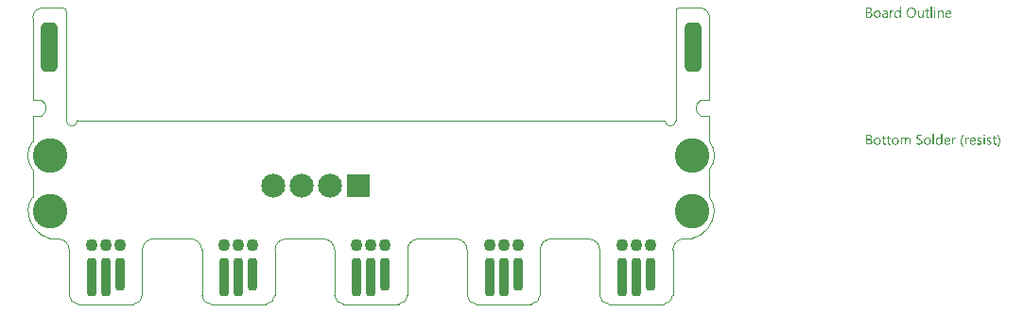
<source format=gbs>
G04*
G04 #@! TF.GenerationSoftware,Altium Limited,Altium Designer,21.9.2 (33)*
G04*
G04 Layer_Color=16711935*
%FSAX25Y25*%
%MOIN*%
G70*
G04*
G04 #@! TF.SameCoordinates,2EB92662-9E55-42C7-936B-B314CFDC8511*
G04*
G04*
G04 #@! TF.FilePolarity,Negative*
G04*
G01*
G75*
%ADD12C,0.00394*%
G04:AMPARAMS|DCode=40|XSize=57.09mil|YSize=175.2mil|CornerRadius=15.75mil|HoleSize=0mil|Usage=FLASHONLY|Rotation=0.000|XOffset=0mil|YOffset=0mil|HoleType=Round|Shape=RoundedRectangle|*
%AMROUNDEDRECTD40*
21,1,0.05709,0.14370,0,0,0.0*
21,1,0.02559,0.17520,0,0,0.0*
1,1,0.03150,0.01280,-0.07185*
1,1,0.03150,-0.01280,-0.07185*
1,1,0.03150,-0.01280,0.07185*
1,1,0.03150,0.01280,0.07185*
%
%ADD40ROUNDEDRECTD40*%
%ADD41C,0.00591*%
%ADD43C,0.08465*%
%ADD44R,0.08465X0.08465*%
%ADD45C,0.12205*%
G04:AMPARAMS|DCode=64|XSize=35.43mil|YSize=135.83mil|CornerRadius=13.82mil|HoleSize=0mil|Usage=FLASHONLY|Rotation=180.000|XOffset=0mil|YOffset=0mil|HoleType=Round|Shape=RoundedRectangle|*
%AMROUNDEDRECTD64*
21,1,0.03543,0.10819,0,0,180.0*
21,1,0.00780,0.13583,0,0,180.0*
1,1,0.02764,-0.00390,0.05409*
1,1,0.02764,0.00390,0.05409*
1,1,0.02764,0.00390,-0.05409*
1,1,0.02764,-0.00390,-0.05409*
%
%ADD64ROUNDEDRECTD64*%
G04:AMPARAMS|DCode=65|XSize=35.43mil|YSize=116.14mil|CornerRadius=13.82mil|HoleSize=0mil|Usage=FLASHONLY|Rotation=180.000|XOffset=0mil|YOffset=0mil|HoleType=Round|Shape=RoundedRectangle|*
%AMROUNDEDRECTD65*
21,1,0.03543,0.08850,0,0,180.0*
21,1,0.00780,0.11614,0,0,180.0*
1,1,0.02764,-0.00390,0.04425*
1,1,0.02764,0.00390,0.04425*
1,1,0.02764,0.00390,-0.04425*
1,1,0.02764,-0.00390,-0.04425*
%
%ADD65ROUNDEDRECTD65*%
%ADD67C,0.04331*%
G36*
X0073390Y0108274D02*
X0073414D01*
X0073470Y0108250D01*
X0073501Y0108231D01*
X0073532Y0108206D01*
X0073538Y0108200D01*
X0073545Y0108194D01*
X0073576Y0108157D01*
X0073600Y0108095D01*
X0073606Y0108058D01*
X0073613Y0108021D01*
Y0108015D01*
Y0108002D01*
X0073606Y0107984D01*
X0073600Y0107959D01*
X0073582Y0107897D01*
X0073557Y0107866D01*
X0073532Y0107835D01*
X0073526D01*
X0073520Y0107823D01*
X0073483Y0107798D01*
X0073427Y0107773D01*
X0073390Y0107767D01*
X0073353Y0107761D01*
X0073334D01*
X0073316Y0107767D01*
X0073291D01*
X0073229Y0107792D01*
X0073198Y0107804D01*
X0073167Y0107829D01*
Y0107835D01*
X0073154Y0107841D01*
X0073142Y0107860D01*
X0073130Y0107878D01*
X0073105Y0107940D01*
X0073099Y0107977D01*
X0073093Y0108021D01*
Y0108027D01*
Y0108039D01*
X0073099Y0108058D01*
X0073105Y0108089D01*
X0073124Y0108144D01*
X0073142Y0108176D01*
X0073167Y0108206D01*
X0073173Y0108213D01*
X0073179Y0108219D01*
X0073216Y0108244D01*
X0073278Y0108268D01*
X0073316Y0108281D01*
X0073371D01*
X0073390Y0108274D01*
D02*
G37*
G36*
X0061400Y0104610D02*
X0060997D01*
Y0105031D01*
X0060985D01*
Y0105025D01*
X0060973Y0105012D01*
X0060954Y0104988D01*
X0060935Y0104957D01*
X0060905Y0104920D01*
X0060867Y0104882D01*
X0060824Y0104839D01*
X0060774Y0104796D01*
X0060719Y0104746D01*
X0060651Y0104703D01*
X0060583Y0104666D01*
X0060502Y0104629D01*
X0060422Y0104598D01*
X0060329Y0104573D01*
X0060230Y0104560D01*
X0060125Y0104554D01*
X0060081D01*
X0060044Y0104560D01*
X0060007Y0104567D01*
X0059957Y0104573D01*
X0059852Y0104598D01*
X0059728Y0104635D01*
X0059605Y0104697D01*
X0059536Y0104734D01*
X0059481Y0104777D01*
X0059419Y0104833D01*
X0059363Y0104889D01*
Y0104895D01*
X0059351Y0104907D01*
X0059338Y0104926D01*
X0059320Y0104950D01*
X0059301Y0104981D01*
X0059277Y0105025D01*
X0059252Y0105074D01*
X0059227Y0105130D01*
X0059196Y0105192D01*
X0059171Y0105260D01*
X0059147Y0105334D01*
X0059128Y0105415D01*
X0059109Y0105501D01*
X0059097Y0105600D01*
X0059091Y0105700D01*
X0059085Y0105805D01*
Y0105811D01*
Y0105830D01*
Y0105867D01*
X0059091Y0105910D01*
X0059097Y0105959D01*
X0059103Y0106021D01*
X0059109Y0106089D01*
X0059122Y0106164D01*
X0059159Y0106325D01*
X0059215Y0106492D01*
X0059252Y0106572D01*
X0059295Y0106653D01*
X0059338Y0106727D01*
X0059394Y0106801D01*
X0059400Y0106807D01*
X0059407Y0106820D01*
X0059425Y0106838D01*
X0059450Y0106863D01*
X0059481Y0106888D01*
X0059524Y0106919D01*
X0059567Y0106956D01*
X0059617Y0106993D01*
X0059741Y0107061D01*
X0059883Y0107123D01*
X0059964Y0107142D01*
X0060050Y0107160D01*
X0060137Y0107173D01*
X0060236Y0107179D01*
X0060286D01*
X0060323Y0107173D01*
X0060360Y0107167D01*
X0060409Y0107160D01*
X0060521Y0107129D01*
X0060645Y0107080D01*
X0060706Y0107049D01*
X0060768Y0107006D01*
X0060830Y0106962D01*
X0060886Y0106906D01*
X0060935Y0106845D01*
X0060985Y0106770D01*
X0060997D01*
Y0108330D01*
X0061400D01*
Y0104610D01*
D02*
G37*
G36*
X0075668Y0107173D02*
X0075742Y0107167D01*
X0075835Y0107148D01*
X0075934Y0107117D01*
X0076039Y0107068D01*
X0076144Y0106999D01*
X0076188Y0106962D01*
X0076231Y0106913D01*
X0076243Y0106900D01*
X0076268Y0106863D01*
X0076299Y0106801D01*
X0076342Y0106715D01*
X0076380Y0106609D01*
X0076417Y0106479D01*
X0076441Y0106325D01*
X0076448Y0106145D01*
Y0104610D01*
X0076045D01*
Y0106040D01*
Y0106046D01*
Y0106077D01*
X0076039Y0106114D01*
Y0106164D01*
X0076027Y0106226D01*
X0076014Y0106294D01*
X0075996Y0106368D01*
X0075971Y0106442D01*
X0075940Y0106517D01*
X0075903Y0106585D01*
X0075853Y0106653D01*
X0075798Y0106715D01*
X0075736Y0106764D01*
X0075655Y0106801D01*
X0075569Y0106832D01*
X0075463Y0106838D01*
X0075451D01*
X0075414Y0106832D01*
X0075358Y0106826D01*
X0075290Y0106807D01*
X0075210Y0106783D01*
X0075123Y0106739D01*
X0075042Y0106684D01*
X0074962Y0106609D01*
X0074956Y0106597D01*
X0074931Y0106572D01*
X0074900Y0106523D01*
X0074863Y0106455D01*
X0074826Y0106374D01*
X0074795Y0106275D01*
X0074770Y0106164D01*
X0074764Y0106040D01*
Y0104610D01*
X0074362D01*
Y0107123D01*
X0074764D01*
Y0106702D01*
X0074776D01*
X0074783Y0106708D01*
X0074789Y0106721D01*
X0074807Y0106746D01*
X0074832Y0106776D01*
X0074857Y0106814D01*
X0074894Y0106851D01*
X0074937Y0106894D01*
X0074987Y0106944D01*
X0075042Y0106987D01*
X0075104Y0107030D01*
X0075173Y0107068D01*
X0075247Y0107105D01*
X0075321Y0107136D01*
X0075408Y0107160D01*
X0075501Y0107173D01*
X0075600Y0107179D01*
X0075637D01*
X0075668Y0107173D01*
D02*
G37*
G36*
X0058670Y0107160D02*
X0058744Y0107154D01*
X0058788Y0107142D01*
X0058819Y0107129D01*
Y0106715D01*
X0058812Y0106721D01*
X0058800Y0106727D01*
X0058775Y0106739D01*
X0058744Y0106758D01*
X0058701Y0106770D01*
X0058645Y0106783D01*
X0058583Y0106789D01*
X0058515Y0106795D01*
X0058503D01*
X0058472Y0106789D01*
X0058422Y0106783D01*
X0058367Y0106764D01*
X0058292Y0106733D01*
X0058224Y0106690D01*
X0058150Y0106628D01*
X0058082Y0106547D01*
X0058076Y0106535D01*
X0058057Y0106504D01*
X0058026Y0106448D01*
X0057995Y0106374D01*
X0057964Y0106281D01*
X0057933Y0106164D01*
X0057915Y0106034D01*
X0057909Y0105885D01*
Y0104610D01*
X0057506D01*
Y0107123D01*
X0057909D01*
Y0106603D01*
X0057921D01*
Y0106609D01*
X0057927Y0106616D01*
X0057939Y0106647D01*
X0057958Y0106696D01*
X0057989Y0106758D01*
X0058020Y0106820D01*
X0058069Y0106888D01*
X0058119Y0106956D01*
X0058181Y0107018D01*
X0058187Y0107024D01*
X0058212Y0107043D01*
X0058249Y0107068D01*
X0058298Y0107092D01*
X0058354Y0107117D01*
X0058422Y0107142D01*
X0058497Y0107160D01*
X0058577Y0107167D01*
X0058633D01*
X0058670Y0107160D01*
D02*
G37*
G36*
X0069410Y0104610D02*
X0069007D01*
Y0105006D01*
X0068995D01*
Y0105000D01*
X0068982Y0104988D01*
X0068970Y0104963D01*
X0068945Y0104938D01*
X0068890Y0104864D01*
X0068803Y0104783D01*
X0068753Y0104740D01*
X0068698Y0104697D01*
X0068636Y0104660D01*
X0068562Y0104622D01*
X0068487Y0104598D01*
X0068407Y0104573D01*
X0068314Y0104560D01*
X0068221Y0104554D01*
X0068184D01*
X0068141Y0104560D01*
X0068079Y0104573D01*
X0068011Y0104585D01*
X0067936Y0104610D01*
X0067856Y0104641D01*
X0067775Y0104691D01*
X0067689Y0104746D01*
X0067608Y0104814D01*
X0067534Y0104901D01*
X0067466Y0105006D01*
X0067404Y0105124D01*
X0067361Y0105266D01*
X0067336Y0105433D01*
X0067324Y0105520D01*
Y0105619D01*
Y0107123D01*
X0067720D01*
Y0105681D01*
Y0105675D01*
Y0105650D01*
X0067726Y0105607D01*
X0067732Y0105557D01*
X0067738Y0105495D01*
X0067751Y0105433D01*
X0067769Y0105359D01*
X0067794Y0105285D01*
X0067831Y0105210D01*
X0067868Y0105142D01*
X0067918Y0105074D01*
X0067980Y0105012D01*
X0068048Y0104963D01*
X0068128Y0104926D01*
X0068227Y0104895D01*
X0068332Y0104889D01*
X0068345D01*
X0068382Y0104895D01*
X0068438Y0104901D01*
X0068500Y0104913D01*
X0068580Y0104944D01*
X0068661Y0104981D01*
X0068741Y0105031D01*
X0068815Y0105105D01*
X0068822Y0105118D01*
X0068846Y0105142D01*
X0068877Y0105192D01*
X0068914Y0105260D01*
X0068945Y0105341D01*
X0068976Y0105439D01*
X0069001Y0105551D01*
X0069007Y0105675D01*
Y0107123D01*
X0069410D01*
Y0104610D01*
D02*
G37*
G36*
X0073545D02*
X0073142D01*
Y0107123D01*
X0073545D01*
Y0104610D01*
D02*
G37*
G36*
X0072325D02*
X0071923D01*
Y0108330D01*
X0072325D01*
Y0104610D01*
D02*
G37*
G36*
X0055946Y0107173D02*
X0056002Y0107167D01*
X0056070Y0107148D01*
X0056144Y0107129D01*
X0056225Y0107098D01*
X0056312Y0107061D01*
X0056392Y0107012D01*
X0056472Y0106950D01*
X0056547Y0106876D01*
X0056615Y0106783D01*
X0056671Y0106677D01*
X0056714Y0106554D01*
X0056739Y0106411D01*
X0056751Y0106244D01*
Y0104610D01*
X0056349D01*
Y0105000D01*
X0056336D01*
Y0104994D01*
X0056324Y0104981D01*
X0056312Y0104957D01*
X0056287Y0104932D01*
X0056225Y0104858D01*
X0056144Y0104777D01*
X0056033Y0104697D01*
X0055903Y0104622D01*
X0055822Y0104598D01*
X0055742Y0104573D01*
X0055655Y0104560D01*
X0055563Y0104554D01*
X0055525D01*
X0055501Y0104560D01*
X0055433Y0104567D01*
X0055352Y0104579D01*
X0055253Y0104604D01*
X0055160Y0104635D01*
X0055061Y0104684D01*
X0054975Y0104746D01*
X0054968Y0104759D01*
X0054944Y0104783D01*
X0054906Y0104827D01*
X0054869Y0104889D01*
X0054832Y0104963D01*
X0054795Y0105050D01*
X0054770Y0105155D01*
X0054764Y0105272D01*
Y0105279D01*
Y0105303D01*
X0054770Y0105341D01*
X0054776Y0105384D01*
X0054789Y0105439D01*
X0054807Y0105501D01*
X0054832Y0105570D01*
X0054869Y0105638D01*
X0054913Y0105712D01*
X0054968Y0105786D01*
X0055036Y0105854D01*
X0055117Y0105916D01*
X0055210Y0105978D01*
X0055321Y0106027D01*
X0055445Y0106065D01*
X0055594Y0106096D01*
X0056349Y0106201D01*
Y0106207D01*
Y0106226D01*
X0056343Y0106263D01*
Y0106300D01*
X0056330Y0106349D01*
X0056324Y0106405D01*
X0056287Y0106523D01*
X0056256Y0106579D01*
X0056225Y0106634D01*
X0056182Y0106690D01*
X0056132Y0106739D01*
X0056070Y0106783D01*
X0056002Y0106814D01*
X0055922Y0106832D01*
X0055829Y0106838D01*
X0055785D01*
X0055754Y0106832D01*
X0055711D01*
X0055668Y0106820D01*
X0055556Y0106801D01*
X0055433Y0106764D01*
X0055296Y0106708D01*
X0055222Y0106671D01*
X0055154Y0106634D01*
X0055080Y0106585D01*
X0055012Y0106529D01*
Y0106944D01*
X0055018D01*
X0055030Y0106956D01*
X0055049Y0106968D01*
X0055080Y0106981D01*
X0055111Y0106999D01*
X0055154Y0107018D01*
X0055203Y0107036D01*
X0055259Y0107061D01*
X0055383Y0107105D01*
X0055532Y0107142D01*
X0055693Y0107167D01*
X0055866Y0107179D01*
X0055903D01*
X0055946Y0107173D01*
D02*
G37*
G36*
X0050258Y0108120D02*
X0050301D01*
X0050344Y0108114D01*
X0050443Y0108101D01*
X0050561Y0108070D01*
X0050685Y0108033D01*
X0050802Y0107977D01*
X0050908Y0107903D01*
X0050914D01*
X0050920Y0107891D01*
X0050951Y0107866D01*
X0050994Y0107817D01*
X0051044Y0107748D01*
X0051087Y0107662D01*
X0051130Y0107563D01*
X0051161Y0107451D01*
X0051174Y0107389D01*
Y0107321D01*
Y0107315D01*
Y0107309D01*
Y0107272D01*
X0051168Y0107216D01*
X0051155Y0107148D01*
X0051137Y0107061D01*
X0051106Y0106975D01*
X0051069Y0106888D01*
X0051013Y0106801D01*
X0051007Y0106789D01*
X0050982Y0106764D01*
X0050945Y0106727D01*
X0050895Y0106677D01*
X0050833Y0106628D01*
X0050759Y0106572D01*
X0050666Y0106529D01*
X0050567Y0106486D01*
Y0106479D01*
X0050586D01*
X0050604Y0106473D01*
X0050623Y0106467D01*
X0050691Y0106455D01*
X0050771Y0106430D01*
X0050858Y0106393D01*
X0050951Y0106349D01*
X0051044Y0106288D01*
X0051130Y0106207D01*
X0051143Y0106195D01*
X0051168Y0106164D01*
X0051199Y0106120D01*
X0051242Y0106052D01*
X0051279Y0105966D01*
X0051316Y0105867D01*
X0051341Y0105749D01*
X0051347Y0105619D01*
Y0105613D01*
Y0105600D01*
Y0105576D01*
X0051341Y0105545D01*
X0051335Y0105508D01*
X0051329Y0105464D01*
X0051304Y0105359D01*
X0051267Y0105241D01*
X0051211Y0105118D01*
X0051174Y0105062D01*
X0051130Y0105000D01*
X0051075Y0104944D01*
X0051019Y0104889D01*
X0051013D01*
X0051007Y0104876D01*
X0050988Y0104864D01*
X0050963Y0104845D01*
X0050932Y0104827D01*
X0050889Y0104802D01*
X0050796Y0104752D01*
X0050679Y0104697D01*
X0050542Y0104653D01*
X0050381Y0104622D01*
X0050301Y0104616D01*
X0050208Y0104610D01*
X0049181D01*
Y0108126D01*
X0050227D01*
X0050258Y0108120D01*
D02*
G37*
G36*
X0070753Y0107123D02*
X0071390D01*
Y0106776D01*
X0070753D01*
Y0105359D01*
Y0105347D01*
Y0105316D01*
X0070759Y0105272D01*
X0070765Y0105217D01*
X0070790Y0105099D01*
X0070809Y0105043D01*
X0070840Y0105000D01*
X0070846Y0104994D01*
X0070858Y0104981D01*
X0070877Y0104969D01*
X0070908Y0104950D01*
X0070945Y0104926D01*
X0070994Y0104913D01*
X0071056Y0104901D01*
X0071124Y0104895D01*
X0071149D01*
X0071180Y0104901D01*
X0071217Y0104907D01*
X0071304Y0104932D01*
X0071347Y0104950D01*
X0071390Y0104975D01*
Y0104629D01*
X0071384D01*
X0071366Y0104616D01*
X0071335Y0104610D01*
X0071291Y0104598D01*
X0071236Y0104585D01*
X0071174Y0104573D01*
X0071100Y0104567D01*
X0071013Y0104560D01*
X0070982D01*
X0070951Y0104567D01*
X0070908Y0104573D01*
X0070858Y0104585D01*
X0070802Y0104598D01*
X0070747Y0104622D01*
X0070685Y0104653D01*
X0070623Y0104691D01*
X0070561Y0104740D01*
X0070505Y0104796D01*
X0070456Y0104870D01*
X0070412Y0104950D01*
X0070381Y0105050D01*
X0070357Y0105161D01*
X0070350Y0105291D01*
Y0106776D01*
X0069923D01*
Y0107123D01*
X0070350D01*
Y0107736D01*
X0070753Y0107866D01*
Y0107123D01*
D02*
G37*
G36*
X0078280Y0107173D02*
X0078323Y0107167D01*
X0078367Y0107160D01*
X0078478Y0107142D01*
X0078602Y0107098D01*
X0078725Y0107043D01*
X0078787Y0107006D01*
X0078849Y0106962D01*
X0078905Y0106913D01*
X0078961Y0106857D01*
X0078967Y0106851D01*
X0078973Y0106845D01*
X0078986Y0106826D01*
X0079004Y0106801D01*
X0079023Y0106764D01*
X0079047Y0106727D01*
X0079072Y0106684D01*
X0079097Y0106628D01*
X0079122Y0106566D01*
X0079146Y0106504D01*
X0079171Y0106430D01*
X0079190Y0106349D01*
X0079208Y0106263D01*
X0079221Y0106176D01*
X0079233Y0106077D01*
Y0105972D01*
Y0105761D01*
X0077457D01*
Y0105755D01*
Y0105743D01*
Y0105724D01*
X0077463Y0105693D01*
X0077469Y0105656D01*
Y0105619D01*
X0077487Y0105520D01*
X0077518Y0105421D01*
X0077556Y0105309D01*
X0077611Y0105204D01*
X0077679Y0105111D01*
X0077692Y0105099D01*
X0077717Y0105074D01*
X0077766Y0105043D01*
X0077834Y0105000D01*
X0077921Y0104957D01*
X0078020Y0104926D01*
X0078137Y0104901D01*
X0078274Y0104889D01*
X0078317D01*
X0078348Y0104895D01*
X0078385D01*
X0078428Y0104901D01*
X0078534Y0104926D01*
X0078651Y0104957D01*
X0078781Y0105006D01*
X0078917Y0105074D01*
X0078986Y0105118D01*
X0079054Y0105167D01*
Y0104790D01*
X0079047D01*
X0079041Y0104777D01*
X0079023Y0104771D01*
X0078992Y0104752D01*
X0078961Y0104734D01*
X0078924Y0104715D01*
X0078874Y0104697D01*
X0078825Y0104672D01*
X0078763Y0104647D01*
X0078695Y0104629D01*
X0078546Y0104592D01*
X0078373Y0104567D01*
X0078181Y0104554D01*
X0078131D01*
X0078094Y0104560D01*
X0078051Y0104567D01*
X0077995Y0104573D01*
X0077877Y0104598D01*
X0077741Y0104635D01*
X0077605Y0104697D01*
X0077537Y0104740D01*
X0077469Y0104783D01*
X0077407Y0104833D01*
X0077345Y0104895D01*
X0077339Y0104901D01*
X0077333Y0104913D01*
X0077320Y0104932D01*
X0077296Y0104957D01*
X0077277Y0104994D01*
X0077252Y0105037D01*
X0077221Y0105087D01*
X0077197Y0105142D01*
X0077166Y0105204D01*
X0077141Y0105279D01*
X0077110Y0105359D01*
X0077091Y0105446D01*
X0077073Y0105538D01*
X0077054Y0105638D01*
X0077048Y0105743D01*
X0077042Y0105854D01*
Y0105860D01*
Y0105879D01*
Y0105910D01*
X0077048Y0105953D01*
X0077054Y0106003D01*
X0077060Y0106059D01*
X0077067Y0106127D01*
X0077085Y0106195D01*
X0077122Y0106343D01*
X0077178Y0106504D01*
X0077215Y0106585D01*
X0077265Y0106659D01*
X0077314Y0106739D01*
X0077370Y0106807D01*
X0077376Y0106814D01*
X0077389Y0106826D01*
X0077407Y0106845D01*
X0077432Y0106863D01*
X0077463Y0106894D01*
X0077500Y0106925D01*
X0077549Y0106956D01*
X0077599Y0106993D01*
X0077717Y0107061D01*
X0077859Y0107123D01*
X0077939Y0107142D01*
X0078020Y0107160D01*
X0078106Y0107173D01*
X0078199Y0107179D01*
X0078249D01*
X0078280Y0107173D01*
D02*
G37*
G36*
X0065237Y0108182D02*
X0065299Y0108176D01*
X0065374Y0108163D01*
X0065454Y0108144D01*
X0065541Y0108126D01*
X0065627Y0108101D01*
X0065727Y0108070D01*
X0065819Y0108027D01*
X0065918Y0107977D01*
X0066018Y0107922D01*
X0066110Y0107854D01*
X0066203Y0107779D01*
X0066290Y0107693D01*
X0066296Y0107686D01*
X0066308Y0107668D01*
X0066333Y0107643D01*
X0066358Y0107606D01*
X0066395Y0107556D01*
X0066432Y0107495D01*
X0066469Y0107427D01*
X0066513Y0107352D01*
X0066556Y0107259D01*
X0066593Y0107167D01*
X0066630Y0107061D01*
X0066667Y0106944D01*
X0066692Y0106826D01*
X0066717Y0106696D01*
X0066729Y0106554D01*
X0066736Y0106411D01*
Y0106399D01*
Y0106374D01*
Y0106331D01*
X0066729Y0106269D01*
X0066723Y0106195D01*
X0066711Y0106114D01*
X0066698Y0106021D01*
X0066680Y0105916D01*
X0066655Y0105811D01*
X0066624Y0105700D01*
X0066587Y0105588D01*
X0066544Y0105477D01*
X0066488Y0105359D01*
X0066426Y0105254D01*
X0066358Y0105149D01*
X0066277Y0105050D01*
X0066271Y0105043D01*
X0066259Y0105031D01*
X0066228Y0105006D01*
X0066197Y0104975D01*
X0066148Y0104932D01*
X0066092Y0104895D01*
X0066030Y0104845D01*
X0065956Y0104802D01*
X0065875Y0104759D01*
X0065782Y0104709D01*
X0065683Y0104672D01*
X0065572Y0104635D01*
X0065454Y0104598D01*
X0065330Y0104573D01*
X0065200Y0104560D01*
X0065058Y0104554D01*
X0065027D01*
X0064984Y0104560D01*
X0064934D01*
X0064872Y0104567D01*
X0064798Y0104579D01*
X0064718Y0104598D01*
X0064625Y0104616D01*
X0064532Y0104641D01*
X0064433Y0104672D01*
X0064334Y0104715D01*
X0064235Y0104759D01*
X0064136Y0104814D01*
X0064037Y0104882D01*
X0063944Y0104957D01*
X0063857Y0105043D01*
X0063851Y0105050D01*
X0063839Y0105068D01*
X0063814Y0105093D01*
X0063789Y0105130D01*
X0063752Y0105180D01*
X0063715Y0105241D01*
X0063678Y0105309D01*
X0063634Y0105390D01*
X0063591Y0105477D01*
X0063554Y0105570D01*
X0063517Y0105675D01*
X0063480Y0105792D01*
X0063455Y0105910D01*
X0063430Y0106040D01*
X0063418Y0106182D01*
X0063411Y0106325D01*
Y0106337D01*
Y0106362D01*
X0063418Y0106405D01*
Y0106467D01*
X0063424Y0106535D01*
X0063436Y0106622D01*
X0063449Y0106715D01*
X0063467Y0106814D01*
X0063492Y0106919D01*
X0063523Y0107030D01*
X0063560Y0107142D01*
X0063603Y0107253D01*
X0063659Y0107365D01*
X0063721Y0107476D01*
X0063789Y0107581D01*
X0063870Y0107680D01*
X0063876Y0107686D01*
X0063888Y0107705D01*
X0063919Y0107730D01*
X0063956Y0107761D01*
X0063999Y0107798D01*
X0064055Y0107841D01*
X0064123Y0107885D01*
X0064198Y0107934D01*
X0064284Y0107984D01*
X0064377Y0108027D01*
X0064476Y0108070D01*
X0064588Y0108107D01*
X0064711Y0108138D01*
X0064841Y0108169D01*
X0064978Y0108182D01*
X0065120Y0108188D01*
X0065188D01*
X0065237Y0108182D01*
D02*
G37*
G36*
X0053210Y0107173D02*
X0053254Y0107167D01*
X0053309Y0107160D01*
X0053433Y0107136D01*
X0053576Y0107092D01*
X0053718Y0107030D01*
X0053792Y0106993D01*
X0053860Y0106950D01*
X0053928Y0106894D01*
X0053990Y0106832D01*
X0053996Y0106826D01*
X0054003Y0106814D01*
X0054021Y0106795D01*
X0054040Y0106770D01*
X0054065Y0106733D01*
X0054089Y0106690D01*
X0054120Y0106640D01*
X0054151Y0106585D01*
X0054176Y0106517D01*
X0054207Y0106448D01*
X0054232Y0106368D01*
X0054256Y0106281D01*
X0054275Y0106188D01*
X0054294Y0106089D01*
X0054300Y0105984D01*
X0054306Y0105873D01*
Y0105867D01*
Y0105848D01*
Y0105817D01*
X0054300Y0105774D01*
X0054294Y0105724D01*
X0054287Y0105662D01*
X0054275Y0105600D01*
X0054263Y0105526D01*
X0054225Y0105378D01*
X0054164Y0105217D01*
X0054127Y0105136D01*
X0054077Y0105056D01*
X0054027Y0104981D01*
X0053966Y0104913D01*
X0053959Y0104907D01*
X0053947Y0104901D01*
X0053928Y0104882D01*
X0053904Y0104858D01*
X0053866Y0104833D01*
X0053829Y0104802D01*
X0053780Y0104765D01*
X0053724Y0104734D01*
X0053662Y0104703D01*
X0053594Y0104666D01*
X0053520Y0104635D01*
X0053439Y0104610D01*
X0053353Y0104585D01*
X0053260Y0104573D01*
X0053161Y0104560D01*
X0053056Y0104554D01*
X0053000D01*
X0052963Y0104560D01*
X0052919Y0104567D01*
X0052864Y0104573D01*
X0052802Y0104585D01*
X0052734Y0104598D01*
X0052591Y0104641D01*
X0052443Y0104703D01*
X0052368Y0104740D01*
X0052300Y0104790D01*
X0052232Y0104839D01*
X0052164Y0104901D01*
X0052158Y0104907D01*
X0052152Y0104920D01*
X0052133Y0104938D01*
X0052115Y0104963D01*
X0052090Y0105000D01*
X0052059Y0105043D01*
X0052028Y0105093D01*
X0052003Y0105149D01*
X0051972Y0105217D01*
X0051941Y0105285D01*
X0051911Y0105359D01*
X0051886Y0105446D01*
X0051849Y0105631D01*
X0051842Y0105730D01*
X0051836Y0105836D01*
Y0105842D01*
Y0105867D01*
Y0105898D01*
X0051842Y0105941D01*
X0051849Y0105990D01*
X0051855Y0106052D01*
X0051867Y0106120D01*
X0051880Y0106195D01*
X0051917Y0106356D01*
X0051978Y0106517D01*
X0052022Y0106597D01*
X0052065Y0106677D01*
X0052115Y0106752D01*
X0052177Y0106820D01*
X0052183Y0106826D01*
X0052195Y0106838D01*
X0052214Y0106851D01*
X0052239Y0106876D01*
X0052276Y0106900D01*
X0052319Y0106931D01*
X0052368Y0106968D01*
X0052424Y0106999D01*
X0052486Y0107030D01*
X0052560Y0107068D01*
X0052635Y0107098D01*
X0052721Y0107123D01*
X0052808Y0107148D01*
X0052907Y0107167D01*
X0053012Y0107173D01*
X0053118Y0107179D01*
X0053173D01*
X0053210Y0107173D01*
D02*
G37*
G36*
X0090821Y0063348D02*
X0090846D01*
X0090901Y0063323D01*
X0090932Y0063305D01*
X0090963Y0063280D01*
X0090969Y0063274D01*
X0090975Y0063268D01*
X0091006Y0063230D01*
X0091031Y0063169D01*
X0091037Y0063131D01*
X0091044Y0063094D01*
Y0063088D01*
Y0063076D01*
X0091037Y0063057D01*
X0091031Y0063032D01*
X0091013Y0062970D01*
X0090988Y0062940D01*
X0090963Y0062909D01*
X0090957D01*
X0090951Y0062896D01*
X0090914Y0062871D01*
X0090858Y0062847D01*
X0090821Y0062840D01*
X0090784Y0062834D01*
X0090765D01*
X0090746Y0062840D01*
X0090722D01*
X0090660Y0062865D01*
X0090629Y0062878D01*
X0090598Y0062902D01*
Y0062909D01*
X0090586Y0062915D01*
X0090573Y0062933D01*
X0090561Y0062952D01*
X0090536Y0063014D01*
X0090530Y0063051D01*
X0090524Y0063094D01*
Y0063100D01*
Y0063113D01*
X0090530Y0063131D01*
X0090536Y0063162D01*
X0090555Y0063218D01*
X0090573Y0063249D01*
X0090598Y0063280D01*
X0090604Y0063286D01*
X0090610Y0063292D01*
X0090648Y0063317D01*
X0090709Y0063342D01*
X0090746Y0063354D01*
X0090802D01*
X0090821Y0063348D01*
D02*
G37*
G36*
X0068252Y0063255D02*
X0068302D01*
X0068413Y0063243D01*
X0068537Y0063230D01*
X0068661Y0063206D01*
X0068778Y0063175D01*
X0068828Y0063156D01*
X0068877Y0063131D01*
Y0062667D01*
X0068871D01*
X0068865Y0062679D01*
X0068846Y0062686D01*
X0068822Y0062704D01*
X0068791Y0062717D01*
X0068753Y0062735D01*
X0068661Y0062779D01*
X0068549Y0062816D01*
X0068413Y0062853D01*
X0068252Y0062878D01*
X0068079Y0062884D01*
X0068029D01*
X0067992Y0062878D01*
X0067955D01*
X0067905Y0062871D01*
X0067806Y0062853D01*
X0067800D01*
X0067782Y0062847D01*
X0067757Y0062840D01*
X0067726Y0062834D01*
X0067652Y0062803D01*
X0067565Y0062766D01*
X0067559D01*
X0067546Y0062754D01*
X0067528Y0062741D01*
X0067503Y0062723D01*
X0067447Y0062667D01*
X0067392Y0062599D01*
Y0062593D01*
X0067379Y0062581D01*
X0067373Y0062562D01*
X0067361Y0062531D01*
X0067348Y0062494D01*
X0067342Y0062457D01*
X0067330Y0062358D01*
Y0062351D01*
Y0062333D01*
Y0062308D01*
X0067336Y0062277D01*
X0067348Y0062203D01*
X0067379Y0062122D01*
Y0062116D01*
X0067392Y0062104D01*
X0067398Y0062085D01*
X0067416Y0062060D01*
X0067466Y0062005D01*
X0067528Y0061943D01*
X0067534Y0061937D01*
X0067546Y0061931D01*
X0067565Y0061912D01*
X0067596Y0061893D01*
X0067633Y0061869D01*
X0067670Y0061844D01*
X0067769Y0061782D01*
X0067775Y0061776D01*
X0067794Y0061770D01*
X0067825Y0061751D01*
X0067862Y0061732D01*
X0067912Y0061708D01*
X0067967Y0061683D01*
X0068091Y0061621D01*
X0068097Y0061615D01*
X0068122Y0061602D01*
X0068159Y0061584D01*
X0068209Y0061559D01*
X0068264Y0061534D01*
X0068326Y0061497D01*
X0068450Y0061423D01*
X0068456Y0061417D01*
X0068481Y0061404D01*
X0068512Y0061386D01*
X0068555Y0061355D01*
X0068648Y0061281D01*
X0068747Y0061194D01*
X0068753Y0061188D01*
X0068772Y0061175D01*
X0068791Y0061144D01*
X0068822Y0061113D01*
X0068853Y0061070D01*
X0068890Y0061027D01*
X0068951Y0060915D01*
X0068958Y0060909D01*
X0068964Y0060891D01*
X0068976Y0060860D01*
X0068989Y0060816D01*
X0069001Y0060767D01*
X0069013Y0060705D01*
X0069026Y0060643D01*
Y0060569D01*
Y0060556D01*
Y0060525D01*
X0069020Y0060476D01*
X0069013Y0060414D01*
X0069001Y0060346D01*
X0068982Y0060272D01*
X0068958Y0060197D01*
X0068921Y0060129D01*
X0068914Y0060123D01*
X0068902Y0060098D01*
X0068877Y0060067D01*
X0068853Y0060024D01*
X0068809Y0059981D01*
X0068766Y0059931D01*
X0068710Y0059882D01*
X0068648Y0059832D01*
X0068642Y0059826D01*
X0068617Y0059813D01*
X0068580Y0059795D01*
X0068531Y0059770D01*
X0068475Y0059745D01*
X0068407Y0059721D01*
X0068326Y0059696D01*
X0068246Y0059677D01*
X0068234D01*
X0068209Y0059671D01*
X0068165Y0059665D01*
X0068103Y0059653D01*
X0068035Y0059646D01*
X0067955Y0059634D01*
X0067868Y0059628D01*
X0067720D01*
X0067652Y0059634D01*
X0067565Y0059640D01*
X0067546D01*
X0067522Y0059646D01*
X0067491Y0059653D01*
X0067410Y0059659D01*
X0067317Y0059677D01*
X0067311D01*
X0067293Y0059684D01*
X0067268Y0059690D01*
X0067237Y0059696D01*
X0067163Y0059715D01*
X0067076Y0059739D01*
X0067070D01*
X0067057Y0059745D01*
X0067039Y0059752D01*
X0067014Y0059764D01*
X0066952Y0059789D01*
X0066890Y0059826D01*
Y0060309D01*
X0066896Y0060303D01*
X0066909Y0060296D01*
X0066921Y0060284D01*
X0066946Y0060265D01*
X0067014Y0060222D01*
X0067094Y0060173D01*
X0067101D01*
X0067113Y0060166D01*
X0067138Y0060154D01*
X0067169Y0060142D01*
X0067249Y0060105D01*
X0067336Y0060074D01*
X0067342D01*
X0067361Y0060067D01*
X0067386Y0060061D01*
X0067416Y0060055D01*
X0067503Y0060030D01*
X0067596Y0060012D01*
X0067621D01*
X0067645Y0060005D01*
X0067676D01*
X0067751Y0059999D01*
X0067837Y0059993D01*
X0067899D01*
X0067967Y0059999D01*
X0068054Y0060012D01*
X0068147Y0060024D01*
X0068240Y0060049D01*
X0068326Y0060086D01*
X0068407Y0060129D01*
X0068413Y0060135D01*
X0068438Y0060154D01*
X0068469Y0060191D01*
X0068500Y0060234D01*
X0068537Y0060290D01*
X0068562Y0060364D01*
X0068586Y0060445D01*
X0068593Y0060538D01*
Y0060544D01*
Y0060562D01*
Y0060587D01*
X0068586Y0060624D01*
X0068568Y0060705D01*
X0068531Y0060785D01*
Y0060791D01*
X0068518Y0060804D01*
X0068506Y0060822D01*
X0068487Y0060847D01*
X0068432Y0060909D01*
X0068357Y0060977D01*
X0068351Y0060983D01*
X0068339Y0060996D01*
X0068314Y0061008D01*
X0068283Y0061033D01*
X0068246Y0061058D01*
X0068203Y0061089D01*
X0068097Y0061144D01*
X0068091Y0061151D01*
X0068073Y0061157D01*
X0068042Y0061175D01*
X0067998Y0061194D01*
X0067955Y0061225D01*
X0067899Y0061250D01*
X0067769Y0061318D01*
X0067763Y0061324D01*
X0067738Y0061336D01*
X0067701Y0061355D01*
X0067658Y0061373D01*
X0067608Y0061404D01*
X0067553Y0061435D01*
X0067429Y0061503D01*
X0067423Y0061510D01*
X0067404Y0061522D01*
X0067373Y0061541D01*
X0067336Y0061565D01*
X0067243Y0061633D01*
X0067150Y0061714D01*
X0067144Y0061720D01*
X0067132Y0061732D01*
X0067107Y0061757D01*
X0067082Y0061788D01*
X0067051Y0061831D01*
X0067020Y0061875D01*
X0066965Y0061974D01*
Y0061980D01*
X0066952Y0061999D01*
X0066946Y0062029D01*
X0066934Y0062073D01*
X0066921Y0062122D01*
X0066909Y0062184D01*
X0066903Y0062246D01*
X0066896Y0062321D01*
Y0062333D01*
Y0062364D01*
X0066903Y0062407D01*
X0066909Y0062463D01*
X0066921Y0062531D01*
X0066940Y0062599D01*
X0066965Y0062667D01*
X0067002Y0062735D01*
X0067008Y0062741D01*
X0067020Y0062766D01*
X0067045Y0062797D01*
X0067076Y0062840D01*
X0067113Y0062884D01*
X0067163Y0062933D01*
X0067218Y0062983D01*
X0067280Y0063026D01*
X0067286Y0063032D01*
X0067311Y0063045D01*
X0067348Y0063069D01*
X0067392Y0063094D01*
X0067453Y0063119D01*
X0067515Y0063150D01*
X0067590Y0063175D01*
X0067670Y0063200D01*
X0067683D01*
X0067707Y0063212D01*
X0067751Y0063218D01*
X0067813Y0063230D01*
X0067881Y0063243D01*
X0067955Y0063249D01*
X0068122Y0063261D01*
X0068209D01*
X0068252Y0063255D01*
D02*
G37*
G36*
X0075983Y0059684D02*
X0075581D01*
Y0060105D01*
X0075569D01*
Y0060098D01*
X0075556Y0060086D01*
X0075538Y0060061D01*
X0075519Y0060030D01*
X0075488Y0059993D01*
X0075451Y0059956D01*
X0075408Y0059913D01*
X0075358Y0059869D01*
X0075302Y0059820D01*
X0075234Y0059776D01*
X0075166Y0059739D01*
X0075086Y0059702D01*
X0075005Y0059671D01*
X0074913Y0059646D01*
X0074813Y0059634D01*
X0074708Y0059628D01*
X0074665D01*
X0074628Y0059634D01*
X0074591Y0059640D01*
X0074541Y0059646D01*
X0074436Y0059671D01*
X0074312Y0059708D01*
X0074188Y0059770D01*
X0074120Y0059807D01*
X0074064Y0059851D01*
X0074003Y0059906D01*
X0073947Y0059962D01*
Y0059968D01*
X0073935Y0059981D01*
X0073922Y0059999D01*
X0073904Y0060024D01*
X0073885Y0060055D01*
X0073860Y0060098D01*
X0073835Y0060148D01*
X0073811Y0060203D01*
X0073780Y0060265D01*
X0073755Y0060334D01*
X0073730Y0060408D01*
X0073712Y0060488D01*
X0073693Y0060575D01*
X0073681Y0060674D01*
X0073674Y0060773D01*
X0073668Y0060878D01*
Y0060884D01*
Y0060903D01*
Y0060940D01*
X0073674Y0060983D01*
X0073681Y0061033D01*
X0073687Y0061095D01*
X0073693Y0061163D01*
X0073705Y0061237D01*
X0073743Y0061398D01*
X0073798Y0061565D01*
X0073835Y0061646D01*
X0073879Y0061726D01*
X0073922Y0061800D01*
X0073978Y0061875D01*
X0073984Y0061881D01*
X0073990Y0061893D01*
X0074009Y0061912D01*
X0074033Y0061937D01*
X0074064Y0061962D01*
X0074108Y0061992D01*
X0074151Y0062029D01*
X0074201Y0062067D01*
X0074325Y0062135D01*
X0074467Y0062197D01*
X0074547Y0062215D01*
X0074634Y0062234D01*
X0074721Y0062246D01*
X0074820Y0062252D01*
X0074869D01*
X0074906Y0062246D01*
X0074943Y0062240D01*
X0074993Y0062234D01*
X0075104Y0062203D01*
X0075228Y0062153D01*
X0075290Y0062122D01*
X0075352Y0062079D01*
X0075414Y0062036D01*
X0075470Y0061980D01*
X0075519Y0061918D01*
X0075569Y0061844D01*
X0075581D01*
Y0063404D01*
X0075983D01*
Y0059684D01*
D02*
G37*
G36*
X0092727Y0062246D02*
X0092808Y0062240D01*
X0092894Y0062228D01*
X0092993Y0062203D01*
X0093093Y0062178D01*
X0093192Y0062141D01*
Y0061732D01*
X0093179Y0061739D01*
X0093142Y0061763D01*
X0093086Y0061788D01*
X0093012Y0061825D01*
X0092919Y0061856D01*
X0092808Y0061887D01*
X0092684Y0061906D01*
X0092554Y0061912D01*
X0092486D01*
X0092424Y0061900D01*
X0092350Y0061887D01*
X0092343D01*
X0092337Y0061881D01*
X0092300Y0061869D01*
X0092251Y0061844D01*
X0092195Y0061813D01*
X0092183Y0061807D01*
X0092158Y0061782D01*
X0092127Y0061745D01*
X0092096Y0061702D01*
X0092090Y0061689D01*
X0092077Y0061658D01*
X0092065Y0061615D01*
X0092059Y0061559D01*
Y0061553D01*
Y0061541D01*
Y0061522D01*
X0092065Y0061503D01*
X0092077Y0061448D01*
X0092096Y0061392D01*
X0092102Y0061380D01*
X0092121Y0061355D01*
X0092158Y0061318D01*
X0092201Y0061274D01*
X0092207D01*
X0092213Y0061268D01*
X0092251Y0061243D01*
X0092300Y0061212D01*
X0092368Y0061181D01*
X0092374D01*
X0092387Y0061175D01*
X0092405Y0061169D01*
X0092436Y0061157D01*
X0092505Y0061132D01*
X0092591Y0061095D01*
X0092597D01*
X0092622Y0061083D01*
X0092653Y0061070D01*
X0092690Y0061058D01*
X0092789Y0061014D01*
X0092888Y0060965D01*
X0092894D01*
X0092913Y0060953D01*
X0092938Y0060940D01*
X0092969Y0060922D01*
X0093043Y0060872D01*
X0093117Y0060810D01*
X0093124Y0060804D01*
X0093136Y0060798D01*
X0093148Y0060779D01*
X0093173Y0060754D01*
X0093216Y0060693D01*
X0093260Y0060612D01*
Y0060606D01*
X0093266Y0060593D01*
X0093278Y0060569D01*
X0093284Y0060538D01*
X0093297Y0060501D01*
X0093303Y0060457D01*
X0093309Y0060352D01*
Y0060346D01*
Y0060321D01*
X0093303Y0060284D01*
X0093297Y0060241D01*
X0093291Y0060191D01*
X0093272Y0060135D01*
X0093253Y0060086D01*
X0093222Y0060030D01*
X0093216Y0060024D01*
X0093210Y0060005D01*
X0093192Y0059981D01*
X0093167Y0059950D01*
X0093136Y0059913D01*
X0093099Y0059875D01*
X0093006Y0059801D01*
X0093000Y0059795D01*
X0092981Y0059789D01*
X0092956Y0059770D01*
X0092913Y0059752D01*
X0092870Y0059727D01*
X0092814Y0059708D01*
X0092758Y0059690D01*
X0092690Y0059671D01*
X0092684D01*
X0092659Y0059665D01*
X0092622Y0059659D01*
X0092579Y0059653D01*
X0092517Y0059640D01*
X0092455Y0059634D01*
X0092313Y0059628D01*
X0092251D01*
X0092176Y0059634D01*
X0092084Y0059646D01*
X0091978Y0059665D01*
X0091867Y0059690D01*
X0091755Y0059721D01*
X0091644Y0059770D01*
Y0060203D01*
X0091650D01*
X0091656Y0060191D01*
X0091675Y0060179D01*
X0091700Y0060166D01*
X0091768Y0060129D01*
X0091861Y0060086D01*
X0091966Y0060036D01*
X0092090Y0059999D01*
X0092226Y0059974D01*
X0092368Y0059962D01*
X0092418D01*
X0092449Y0059968D01*
X0092535Y0059981D01*
X0092634Y0060005D01*
X0092727Y0060049D01*
X0092771Y0060080D01*
X0092814Y0060111D01*
X0092845Y0060154D01*
X0092870Y0060197D01*
X0092888Y0060253D01*
X0092894Y0060315D01*
Y0060321D01*
Y0060334D01*
Y0060352D01*
X0092888Y0060371D01*
X0092876Y0060426D01*
X0092851Y0060482D01*
Y0060488D01*
X0092845Y0060494D01*
X0092820Y0060525D01*
X0092783Y0060569D01*
X0092727Y0060606D01*
X0092721D01*
X0092715Y0060618D01*
X0092678Y0060637D01*
X0092622Y0060674D01*
X0092548Y0060705D01*
X0092542D01*
X0092529Y0060711D01*
X0092511Y0060724D01*
X0092480Y0060736D01*
X0092412Y0060761D01*
X0092325Y0060798D01*
X0092319D01*
X0092294Y0060810D01*
X0092263Y0060822D01*
X0092226Y0060835D01*
X0092127Y0060878D01*
X0092028Y0060928D01*
X0092022Y0060934D01*
X0092009Y0060940D01*
X0091984Y0060953D01*
X0091954Y0060971D01*
X0091886Y0061021D01*
X0091817Y0061076D01*
X0091811Y0061083D01*
X0091805Y0061089D01*
X0091786Y0061107D01*
X0091768Y0061132D01*
X0091724Y0061194D01*
X0091687Y0061268D01*
Y0061274D01*
X0091681Y0061287D01*
X0091675Y0061312D01*
X0091669Y0061343D01*
X0091663Y0061380D01*
X0091656Y0061423D01*
X0091650Y0061528D01*
Y0061534D01*
Y0061559D01*
X0091656Y0061590D01*
X0091663Y0061633D01*
X0091669Y0061683D01*
X0091687Y0061732D01*
X0091706Y0061788D01*
X0091731Y0061838D01*
X0091737Y0061844D01*
X0091743Y0061862D01*
X0091762Y0061887D01*
X0091786Y0061918D01*
X0091855Y0061992D01*
X0091941Y0062067D01*
X0091947Y0062073D01*
X0091966Y0062079D01*
X0091991Y0062098D01*
X0092034Y0062116D01*
X0092077Y0062141D01*
X0092127Y0062166D01*
X0092251Y0062203D01*
X0092257D01*
X0092282Y0062209D01*
X0092313Y0062221D01*
X0092362Y0062228D01*
X0092412Y0062240D01*
X0092474Y0062246D01*
X0092610Y0062252D01*
X0092665D01*
X0092727Y0062246D01*
D02*
G37*
G36*
X0089372D02*
X0089453Y0062240D01*
X0089539Y0062228D01*
X0089639Y0062203D01*
X0089737Y0062178D01*
X0089837Y0062141D01*
Y0061732D01*
X0089824Y0061739D01*
X0089787Y0061763D01*
X0089731Y0061788D01*
X0089657Y0061825D01*
X0089564Y0061856D01*
X0089453Y0061887D01*
X0089329Y0061906D01*
X0089199Y0061912D01*
X0089131D01*
X0089069Y0061900D01*
X0088995Y0061887D01*
X0088989D01*
X0088982Y0061881D01*
X0088945Y0061869D01*
X0088896Y0061844D01*
X0088840Y0061813D01*
X0088828Y0061807D01*
X0088803Y0061782D01*
X0088772Y0061745D01*
X0088741Y0061702D01*
X0088735Y0061689D01*
X0088722Y0061658D01*
X0088710Y0061615D01*
X0088704Y0061559D01*
Y0061553D01*
Y0061541D01*
Y0061522D01*
X0088710Y0061503D01*
X0088722Y0061448D01*
X0088741Y0061392D01*
X0088747Y0061380D01*
X0088766Y0061355D01*
X0088803Y0061318D01*
X0088846Y0061274D01*
X0088852D01*
X0088859Y0061268D01*
X0088896Y0061243D01*
X0088945Y0061212D01*
X0089013Y0061181D01*
X0089020D01*
X0089032Y0061175D01*
X0089051Y0061169D01*
X0089081Y0061157D01*
X0089149Y0061132D01*
X0089236Y0061095D01*
X0089242D01*
X0089267Y0061083D01*
X0089298Y0061070D01*
X0089335Y0061058D01*
X0089434Y0061014D01*
X0089533Y0060965D01*
X0089539D01*
X0089558Y0060953D01*
X0089583Y0060940D01*
X0089614Y0060922D01*
X0089688Y0060872D01*
X0089762Y0060810D01*
X0089768Y0060804D01*
X0089781Y0060798D01*
X0089793Y0060779D01*
X0089818Y0060754D01*
X0089861Y0060693D01*
X0089905Y0060612D01*
Y0060606D01*
X0089911Y0060593D01*
X0089923Y0060569D01*
X0089929Y0060538D01*
X0089942Y0060501D01*
X0089948Y0060457D01*
X0089954Y0060352D01*
Y0060346D01*
Y0060321D01*
X0089948Y0060284D01*
X0089942Y0060241D01*
X0089936Y0060191D01*
X0089917Y0060135D01*
X0089899Y0060086D01*
X0089868Y0060030D01*
X0089861Y0060024D01*
X0089855Y0060005D01*
X0089837Y0059981D01*
X0089812Y0059950D01*
X0089781Y0059913D01*
X0089744Y0059875D01*
X0089651Y0059801D01*
X0089645Y0059795D01*
X0089626Y0059789D01*
X0089601Y0059770D01*
X0089558Y0059752D01*
X0089515Y0059727D01*
X0089459Y0059708D01*
X0089403Y0059690D01*
X0089335Y0059671D01*
X0089329D01*
X0089304Y0059665D01*
X0089267Y0059659D01*
X0089224Y0059653D01*
X0089162Y0059640D01*
X0089100Y0059634D01*
X0088958Y0059628D01*
X0088896D01*
X0088821Y0059634D01*
X0088729Y0059646D01*
X0088623Y0059665D01*
X0088512Y0059690D01*
X0088401Y0059721D01*
X0088289Y0059770D01*
Y0060203D01*
X0088295D01*
X0088301Y0060191D01*
X0088320Y0060179D01*
X0088345Y0060166D01*
X0088413Y0060129D01*
X0088506Y0060086D01*
X0088611Y0060036D01*
X0088735Y0059999D01*
X0088871Y0059974D01*
X0089013Y0059962D01*
X0089063D01*
X0089094Y0059968D01*
X0089180Y0059981D01*
X0089280Y0060005D01*
X0089372Y0060049D01*
X0089416Y0060080D01*
X0089459Y0060111D01*
X0089490Y0060154D01*
X0089515Y0060197D01*
X0089533Y0060253D01*
X0089539Y0060315D01*
Y0060321D01*
Y0060334D01*
Y0060352D01*
X0089533Y0060371D01*
X0089521Y0060426D01*
X0089496Y0060482D01*
Y0060488D01*
X0089490Y0060494D01*
X0089465Y0060525D01*
X0089428Y0060569D01*
X0089372Y0060606D01*
X0089366D01*
X0089360Y0060618D01*
X0089323Y0060637D01*
X0089267Y0060674D01*
X0089193Y0060705D01*
X0089187D01*
X0089174Y0060711D01*
X0089156Y0060724D01*
X0089125Y0060736D01*
X0089057Y0060761D01*
X0088970Y0060798D01*
X0088964D01*
X0088939Y0060810D01*
X0088908Y0060822D01*
X0088871Y0060835D01*
X0088772Y0060878D01*
X0088673Y0060928D01*
X0088667Y0060934D01*
X0088654Y0060940D01*
X0088630Y0060953D01*
X0088599Y0060971D01*
X0088530Y0061021D01*
X0088462Y0061076D01*
X0088456Y0061083D01*
X0088450Y0061089D01*
X0088432Y0061107D01*
X0088413Y0061132D01*
X0088370Y0061194D01*
X0088332Y0061268D01*
Y0061274D01*
X0088326Y0061287D01*
X0088320Y0061312D01*
X0088314Y0061343D01*
X0088308Y0061380D01*
X0088301Y0061423D01*
X0088295Y0061528D01*
Y0061534D01*
Y0061559D01*
X0088301Y0061590D01*
X0088308Y0061633D01*
X0088314Y0061683D01*
X0088332Y0061732D01*
X0088351Y0061788D01*
X0088376Y0061838D01*
X0088382Y0061844D01*
X0088388Y0061862D01*
X0088407Y0061887D01*
X0088432Y0061918D01*
X0088499Y0061992D01*
X0088586Y0062067D01*
X0088592Y0062073D01*
X0088611Y0062079D01*
X0088636Y0062098D01*
X0088679Y0062116D01*
X0088722Y0062141D01*
X0088772Y0062166D01*
X0088896Y0062203D01*
X0088902D01*
X0088927Y0062209D01*
X0088958Y0062221D01*
X0089007Y0062228D01*
X0089057Y0062240D01*
X0089119Y0062246D01*
X0089255Y0062252D01*
X0089310D01*
X0089372Y0062246D01*
D02*
G37*
G36*
X0064117D02*
X0064173Y0062234D01*
X0064235Y0062221D01*
X0064303Y0062197D01*
X0064383Y0062166D01*
X0064458Y0062122D01*
X0064538Y0062073D01*
X0064612Y0062005D01*
X0064680Y0061918D01*
X0064742Y0061819D01*
X0064798Y0061708D01*
X0064835Y0061565D01*
X0064866Y0061411D01*
X0064872Y0061231D01*
Y0059684D01*
X0064470D01*
Y0061126D01*
Y0061132D01*
Y0061144D01*
Y0061163D01*
Y0061194D01*
X0064464Y0061268D01*
X0064451Y0061355D01*
X0064439Y0061454D01*
X0064414Y0061553D01*
X0064383Y0061646D01*
X0064340Y0061726D01*
X0064334Y0061732D01*
X0064315Y0061757D01*
X0064284Y0061788D01*
X0064235Y0061819D01*
X0064179Y0061856D01*
X0064105Y0061881D01*
X0064012Y0061906D01*
X0063907Y0061912D01*
X0063894D01*
X0063863Y0061906D01*
X0063814Y0061900D01*
X0063752Y0061881D01*
X0063684Y0061856D01*
X0063610Y0061813D01*
X0063535Y0061757D01*
X0063467Y0061677D01*
X0063461Y0061664D01*
X0063442Y0061633D01*
X0063411Y0061584D01*
X0063380Y0061516D01*
X0063343Y0061435D01*
X0063319Y0061343D01*
X0063294Y0061231D01*
X0063288Y0061113D01*
Y0059684D01*
X0062885D01*
Y0061175D01*
Y0061181D01*
Y0061206D01*
X0062879Y0061243D01*
Y0061293D01*
X0062867Y0061349D01*
X0062854Y0061411D01*
X0062836Y0061472D01*
X0062817Y0061547D01*
X0062786Y0061615D01*
X0062749Y0061677D01*
X0062700Y0061739D01*
X0062644Y0061794D01*
X0062582Y0061844D01*
X0062502Y0061881D01*
X0062415Y0061906D01*
X0062316Y0061912D01*
X0062304D01*
X0062273Y0061906D01*
X0062223Y0061900D01*
X0062161Y0061887D01*
X0062093Y0061856D01*
X0062019Y0061819D01*
X0061944Y0061763D01*
X0061876Y0061689D01*
X0061870Y0061677D01*
X0061852Y0061652D01*
X0061821Y0061602D01*
X0061790Y0061534D01*
X0061759Y0061454D01*
X0061728Y0061355D01*
X0061709Y0061243D01*
X0061703Y0061113D01*
Y0059684D01*
X0061301D01*
Y0062197D01*
X0061703D01*
Y0061794D01*
X0061715D01*
X0061722Y0061800D01*
X0061728Y0061813D01*
X0061746Y0061838D01*
X0061765Y0061869D01*
X0061827Y0061937D01*
X0061914Y0062023D01*
X0062025Y0062110D01*
X0062155Y0062178D01*
X0062235Y0062209D01*
X0062316Y0062234D01*
X0062402Y0062246D01*
X0062495Y0062252D01*
X0062539D01*
X0062588Y0062246D01*
X0062650Y0062234D01*
X0062718Y0062215D01*
X0062792Y0062191D01*
X0062867Y0062160D01*
X0062941Y0062110D01*
X0062947Y0062104D01*
X0062972Y0062085D01*
X0063003Y0062054D01*
X0063046Y0062011D01*
X0063090Y0061955D01*
X0063133Y0061893D01*
X0063176Y0061819D01*
X0063207Y0061732D01*
X0063213Y0061739D01*
X0063220Y0061757D01*
X0063238Y0061782D01*
X0063257Y0061813D01*
X0063288Y0061856D01*
X0063325Y0061900D01*
X0063368Y0061943D01*
X0063418Y0061992D01*
X0063473Y0062042D01*
X0063535Y0062085D01*
X0063603Y0062135D01*
X0063678Y0062172D01*
X0063758Y0062203D01*
X0063845Y0062228D01*
X0063944Y0062246D01*
X0064043Y0062252D01*
X0064080D01*
X0064117Y0062246D01*
D02*
G37*
G36*
X0085225Y0062234D02*
X0085299Y0062228D01*
X0085343Y0062215D01*
X0085374Y0062203D01*
Y0061788D01*
X0085367Y0061794D01*
X0085355Y0061800D01*
X0085330Y0061813D01*
X0085299Y0061831D01*
X0085256Y0061844D01*
X0085200Y0061856D01*
X0085138Y0061862D01*
X0085070Y0061869D01*
X0085058D01*
X0085027Y0061862D01*
X0084977Y0061856D01*
X0084922Y0061838D01*
X0084847Y0061807D01*
X0084779Y0061763D01*
X0084705Y0061702D01*
X0084637Y0061621D01*
X0084631Y0061609D01*
X0084612Y0061578D01*
X0084581Y0061522D01*
X0084550Y0061448D01*
X0084519Y0061355D01*
X0084488Y0061237D01*
X0084470Y0061107D01*
X0084464Y0060959D01*
Y0059684D01*
X0084061D01*
Y0062197D01*
X0084464D01*
Y0061677D01*
X0084476D01*
Y0061683D01*
X0084482Y0061689D01*
X0084495Y0061720D01*
X0084513Y0061770D01*
X0084544Y0061831D01*
X0084575Y0061893D01*
X0084625Y0061962D01*
X0084674Y0062029D01*
X0084736Y0062091D01*
X0084742Y0062098D01*
X0084767Y0062116D01*
X0084804Y0062141D01*
X0084854Y0062166D01*
X0084909Y0062191D01*
X0084977Y0062215D01*
X0085052Y0062234D01*
X0085132Y0062240D01*
X0085188D01*
X0085225Y0062234D01*
D02*
G37*
G36*
X0080589D02*
X0080663Y0062228D01*
X0080706Y0062215D01*
X0080737Y0062203D01*
Y0061788D01*
X0080731Y0061794D01*
X0080719Y0061800D01*
X0080694Y0061813D01*
X0080663Y0061831D01*
X0080620Y0061844D01*
X0080564Y0061856D01*
X0080502Y0061862D01*
X0080434Y0061869D01*
X0080422D01*
X0080391Y0061862D01*
X0080341Y0061856D01*
X0080285Y0061838D01*
X0080211Y0061807D01*
X0080143Y0061763D01*
X0080069Y0061702D01*
X0080001Y0061621D01*
X0079994Y0061609D01*
X0079976Y0061578D01*
X0079945Y0061522D01*
X0079914Y0061448D01*
X0079883Y0061355D01*
X0079852Y0061237D01*
X0079834Y0061107D01*
X0079827Y0060959D01*
Y0059684D01*
X0079425D01*
Y0062197D01*
X0079827D01*
Y0061677D01*
X0079840D01*
Y0061683D01*
X0079846Y0061689D01*
X0079858Y0061720D01*
X0079877Y0061770D01*
X0079908Y0061831D01*
X0079939Y0061893D01*
X0079988Y0061962D01*
X0080038Y0062029D01*
X0080100Y0062091D01*
X0080106Y0062098D01*
X0080131Y0062116D01*
X0080168Y0062141D01*
X0080217Y0062166D01*
X0080273Y0062191D01*
X0080341Y0062215D01*
X0080415Y0062234D01*
X0080496Y0062240D01*
X0080552D01*
X0080589Y0062234D01*
D02*
G37*
G36*
X0090975Y0059684D02*
X0090573D01*
Y0062197D01*
X0090975D01*
Y0059684D01*
D02*
G37*
G36*
X0073018D02*
X0072616D01*
Y0063404D01*
X0073018D01*
Y0059684D01*
D02*
G37*
G36*
X0050258Y0063193D02*
X0050301D01*
X0050344Y0063187D01*
X0050443Y0063175D01*
X0050561Y0063144D01*
X0050685Y0063107D01*
X0050802Y0063051D01*
X0050908Y0062977D01*
X0050914D01*
X0050920Y0062964D01*
X0050951Y0062940D01*
X0050994Y0062890D01*
X0051044Y0062822D01*
X0051087Y0062735D01*
X0051130Y0062636D01*
X0051161Y0062525D01*
X0051174Y0062463D01*
Y0062395D01*
Y0062389D01*
Y0062382D01*
Y0062345D01*
X0051168Y0062290D01*
X0051155Y0062221D01*
X0051137Y0062135D01*
X0051106Y0062048D01*
X0051069Y0061962D01*
X0051013Y0061875D01*
X0051007Y0061862D01*
X0050982Y0061838D01*
X0050945Y0061800D01*
X0050895Y0061751D01*
X0050833Y0061702D01*
X0050759Y0061646D01*
X0050666Y0061602D01*
X0050567Y0061559D01*
Y0061553D01*
X0050586D01*
X0050604Y0061547D01*
X0050623Y0061541D01*
X0050691Y0061528D01*
X0050771Y0061503D01*
X0050858Y0061466D01*
X0050951Y0061423D01*
X0051044Y0061361D01*
X0051130Y0061281D01*
X0051143Y0061268D01*
X0051168Y0061237D01*
X0051199Y0061194D01*
X0051242Y0061126D01*
X0051279Y0061039D01*
X0051316Y0060940D01*
X0051341Y0060822D01*
X0051347Y0060693D01*
Y0060686D01*
Y0060674D01*
Y0060649D01*
X0051341Y0060618D01*
X0051335Y0060581D01*
X0051329Y0060538D01*
X0051304Y0060432D01*
X0051267Y0060315D01*
X0051211Y0060191D01*
X0051174Y0060135D01*
X0051130Y0060074D01*
X0051075Y0060018D01*
X0051019Y0059962D01*
X0051013D01*
X0051007Y0059950D01*
X0050988Y0059937D01*
X0050963Y0059919D01*
X0050932Y0059900D01*
X0050889Y0059875D01*
X0050796Y0059826D01*
X0050679Y0059770D01*
X0050542Y0059727D01*
X0050381Y0059696D01*
X0050301Y0059690D01*
X0050208Y0059684D01*
X0049181D01*
Y0063200D01*
X0050227D01*
X0050258Y0063193D01*
D02*
G37*
G36*
X0094460Y0062197D02*
X0095098D01*
Y0061850D01*
X0094460D01*
Y0060432D01*
Y0060420D01*
Y0060389D01*
X0094467Y0060346D01*
X0094473Y0060290D01*
X0094498Y0060173D01*
X0094516Y0060117D01*
X0094547Y0060074D01*
X0094553Y0060067D01*
X0094566Y0060055D01*
X0094584Y0060043D01*
X0094615Y0060024D01*
X0094652Y0059999D01*
X0094702Y0059987D01*
X0094764Y0059974D01*
X0094832Y0059968D01*
X0094857D01*
X0094888Y0059974D01*
X0094925Y0059981D01*
X0095011Y0060005D01*
X0095055Y0060024D01*
X0095098Y0060049D01*
Y0059702D01*
X0095092D01*
X0095073Y0059690D01*
X0095042Y0059684D01*
X0094999Y0059671D01*
X0094943Y0059659D01*
X0094881Y0059646D01*
X0094807Y0059640D01*
X0094721Y0059634D01*
X0094690D01*
X0094659Y0059640D01*
X0094615Y0059646D01*
X0094566Y0059659D01*
X0094510Y0059671D01*
X0094454Y0059696D01*
X0094392Y0059727D01*
X0094331Y0059764D01*
X0094269Y0059813D01*
X0094213Y0059869D01*
X0094163Y0059943D01*
X0094120Y0060024D01*
X0094089Y0060123D01*
X0094064Y0060234D01*
X0094058Y0060364D01*
Y0061850D01*
X0093631D01*
Y0062197D01*
X0094058D01*
Y0062809D01*
X0094460Y0062940D01*
Y0062197D01*
D02*
G37*
G36*
X0057184D02*
X0057822D01*
Y0061850D01*
X0057184D01*
Y0060432D01*
Y0060420D01*
Y0060389D01*
X0057191Y0060346D01*
X0057197Y0060290D01*
X0057222Y0060173D01*
X0057240Y0060117D01*
X0057271Y0060074D01*
X0057277Y0060067D01*
X0057290Y0060055D01*
X0057308Y0060043D01*
X0057339Y0060024D01*
X0057376Y0059999D01*
X0057426Y0059987D01*
X0057488Y0059974D01*
X0057556Y0059968D01*
X0057581D01*
X0057612Y0059974D01*
X0057649Y0059981D01*
X0057735Y0060005D01*
X0057779Y0060024D01*
X0057822Y0060049D01*
Y0059702D01*
X0057816D01*
X0057797Y0059690D01*
X0057766Y0059684D01*
X0057723Y0059671D01*
X0057667Y0059659D01*
X0057605Y0059646D01*
X0057531Y0059640D01*
X0057444Y0059634D01*
X0057413D01*
X0057382Y0059640D01*
X0057339Y0059646D01*
X0057290Y0059659D01*
X0057234Y0059671D01*
X0057178Y0059696D01*
X0057116Y0059727D01*
X0057054Y0059764D01*
X0056992Y0059813D01*
X0056937Y0059869D01*
X0056887Y0059943D01*
X0056844Y0060024D01*
X0056813Y0060123D01*
X0056788Y0060234D01*
X0056782Y0060364D01*
Y0061850D01*
X0056355D01*
Y0062197D01*
X0056782D01*
Y0062809D01*
X0057184Y0062940D01*
Y0062197D01*
D02*
G37*
G36*
X0055482D02*
X0056120D01*
Y0061850D01*
X0055482D01*
Y0060432D01*
Y0060420D01*
Y0060389D01*
X0055488Y0060346D01*
X0055494Y0060290D01*
X0055519Y0060173D01*
X0055538Y0060117D01*
X0055569Y0060074D01*
X0055575Y0060067D01*
X0055587Y0060055D01*
X0055606Y0060043D01*
X0055637Y0060024D01*
X0055674Y0059999D01*
X0055724Y0059987D01*
X0055785Y0059974D01*
X0055853Y0059968D01*
X0055878D01*
X0055909Y0059974D01*
X0055946Y0059981D01*
X0056033Y0060005D01*
X0056076Y0060024D01*
X0056120Y0060049D01*
Y0059702D01*
X0056113D01*
X0056095Y0059690D01*
X0056064Y0059684D01*
X0056021Y0059671D01*
X0055965Y0059659D01*
X0055903Y0059646D01*
X0055829Y0059640D01*
X0055742Y0059634D01*
X0055711D01*
X0055680Y0059640D01*
X0055637Y0059646D01*
X0055587Y0059659D01*
X0055532Y0059671D01*
X0055476Y0059696D01*
X0055414Y0059727D01*
X0055352Y0059764D01*
X0055290Y0059813D01*
X0055234Y0059869D01*
X0055185Y0059943D01*
X0055142Y0060024D01*
X0055111Y0060123D01*
X0055086Y0060234D01*
X0055080Y0060364D01*
Y0061850D01*
X0054653D01*
Y0062197D01*
X0055080D01*
Y0062809D01*
X0055482Y0062940D01*
Y0062197D01*
D02*
G37*
G36*
X0086878Y0062246D02*
X0086921Y0062240D01*
X0086964Y0062234D01*
X0087076Y0062215D01*
X0087200Y0062172D01*
X0087323Y0062116D01*
X0087385Y0062079D01*
X0087447Y0062036D01*
X0087503Y0061986D01*
X0087559Y0061931D01*
X0087565Y0061924D01*
X0087571Y0061918D01*
X0087583Y0061900D01*
X0087602Y0061875D01*
X0087621Y0061838D01*
X0087645Y0061800D01*
X0087670Y0061757D01*
X0087695Y0061702D01*
X0087720Y0061640D01*
X0087744Y0061578D01*
X0087769Y0061503D01*
X0087788Y0061423D01*
X0087806Y0061336D01*
X0087819Y0061250D01*
X0087831Y0061151D01*
Y0061045D01*
Y0060835D01*
X0086054D01*
Y0060829D01*
Y0060816D01*
Y0060798D01*
X0086061Y0060767D01*
X0086067Y0060730D01*
Y0060693D01*
X0086085Y0060593D01*
X0086116Y0060494D01*
X0086154Y0060383D01*
X0086209Y0060278D01*
X0086277Y0060185D01*
X0086290Y0060173D01*
X0086314Y0060148D01*
X0086364Y0060117D01*
X0086432Y0060074D01*
X0086519Y0060030D01*
X0086618Y0059999D01*
X0086735Y0059974D01*
X0086872Y0059962D01*
X0086915D01*
X0086946Y0059968D01*
X0086983D01*
X0087026Y0059974D01*
X0087132Y0059999D01*
X0087249Y0060030D01*
X0087379Y0060080D01*
X0087515Y0060148D01*
X0087583Y0060191D01*
X0087651Y0060241D01*
Y0059863D01*
X0087645D01*
X0087639Y0059851D01*
X0087621Y0059844D01*
X0087590Y0059826D01*
X0087559Y0059807D01*
X0087521Y0059789D01*
X0087472Y0059770D01*
X0087423Y0059745D01*
X0087361Y0059721D01*
X0087292Y0059702D01*
X0087144Y0059665D01*
X0086971Y0059640D01*
X0086779Y0059628D01*
X0086729D01*
X0086692Y0059634D01*
X0086649Y0059640D01*
X0086593Y0059646D01*
X0086475Y0059671D01*
X0086339Y0059708D01*
X0086203Y0059770D01*
X0086135Y0059813D01*
X0086067Y0059857D01*
X0086005Y0059906D01*
X0085943Y0059968D01*
X0085937Y0059974D01*
X0085931Y0059987D01*
X0085918Y0060005D01*
X0085894Y0060030D01*
X0085875Y0060067D01*
X0085850Y0060111D01*
X0085819Y0060160D01*
X0085795Y0060216D01*
X0085764Y0060278D01*
X0085739Y0060352D01*
X0085708Y0060432D01*
X0085689Y0060519D01*
X0085671Y0060612D01*
X0085652Y0060711D01*
X0085646Y0060816D01*
X0085640Y0060928D01*
Y0060934D01*
Y0060953D01*
Y0060983D01*
X0085646Y0061027D01*
X0085652Y0061076D01*
X0085658Y0061132D01*
X0085664Y0061200D01*
X0085683Y0061268D01*
X0085720Y0061417D01*
X0085776Y0061578D01*
X0085813Y0061658D01*
X0085863Y0061732D01*
X0085912Y0061813D01*
X0085968Y0061881D01*
X0085974Y0061887D01*
X0085986Y0061900D01*
X0086005Y0061918D01*
X0086030Y0061937D01*
X0086061Y0061968D01*
X0086098Y0061999D01*
X0086147Y0062029D01*
X0086197Y0062067D01*
X0086314Y0062135D01*
X0086457Y0062197D01*
X0086537Y0062215D01*
X0086618Y0062234D01*
X0086704Y0062246D01*
X0086797Y0062252D01*
X0086847D01*
X0086878Y0062246D01*
D02*
G37*
G36*
X0077865D02*
X0077908Y0062240D01*
X0077952Y0062234D01*
X0078063Y0062215D01*
X0078187Y0062172D01*
X0078311Y0062116D01*
X0078373Y0062079D01*
X0078435Y0062036D01*
X0078490Y0061986D01*
X0078546Y0061931D01*
X0078552Y0061924D01*
X0078558Y0061918D01*
X0078571Y0061900D01*
X0078589Y0061875D01*
X0078608Y0061838D01*
X0078633Y0061800D01*
X0078657Y0061757D01*
X0078682Y0061702D01*
X0078707Y0061640D01*
X0078732Y0061578D01*
X0078756Y0061503D01*
X0078775Y0061423D01*
X0078794Y0061336D01*
X0078806Y0061250D01*
X0078818Y0061151D01*
Y0061045D01*
Y0060835D01*
X0077042D01*
Y0060829D01*
Y0060816D01*
Y0060798D01*
X0077048Y0060767D01*
X0077054Y0060730D01*
Y0060693D01*
X0077073Y0060593D01*
X0077104Y0060494D01*
X0077141Y0060383D01*
X0077197Y0060278D01*
X0077265Y0060185D01*
X0077277Y0060173D01*
X0077302Y0060148D01*
X0077351Y0060117D01*
X0077419Y0060074D01*
X0077506Y0060030D01*
X0077605Y0059999D01*
X0077723Y0059974D01*
X0077859Y0059962D01*
X0077902D01*
X0077933Y0059968D01*
X0077970D01*
X0078014Y0059974D01*
X0078119Y0059999D01*
X0078237Y0060030D01*
X0078367Y0060080D01*
X0078503Y0060148D01*
X0078571Y0060191D01*
X0078639Y0060241D01*
Y0059863D01*
X0078633D01*
X0078627Y0059851D01*
X0078608Y0059844D01*
X0078577Y0059826D01*
X0078546Y0059807D01*
X0078509Y0059789D01*
X0078459Y0059770D01*
X0078410Y0059745D01*
X0078348Y0059721D01*
X0078280Y0059702D01*
X0078131Y0059665D01*
X0077958Y0059640D01*
X0077766Y0059628D01*
X0077717D01*
X0077679Y0059634D01*
X0077636Y0059640D01*
X0077580Y0059646D01*
X0077463Y0059671D01*
X0077327Y0059708D01*
X0077190Y0059770D01*
X0077122Y0059813D01*
X0077054Y0059857D01*
X0076992Y0059906D01*
X0076930Y0059968D01*
X0076924Y0059974D01*
X0076918Y0059987D01*
X0076906Y0060005D01*
X0076881Y0060030D01*
X0076862Y0060067D01*
X0076838Y0060111D01*
X0076807Y0060160D01*
X0076782Y0060216D01*
X0076751Y0060278D01*
X0076726Y0060352D01*
X0076695Y0060432D01*
X0076677Y0060519D01*
X0076658Y0060612D01*
X0076639Y0060711D01*
X0076633Y0060816D01*
X0076627Y0060928D01*
Y0060934D01*
Y0060953D01*
Y0060983D01*
X0076633Y0061027D01*
X0076639Y0061076D01*
X0076646Y0061132D01*
X0076652Y0061200D01*
X0076670Y0061268D01*
X0076708Y0061417D01*
X0076763Y0061578D01*
X0076801Y0061658D01*
X0076850Y0061732D01*
X0076899Y0061813D01*
X0076955Y0061881D01*
X0076961Y0061887D01*
X0076974Y0061900D01*
X0076992Y0061918D01*
X0077017Y0061937D01*
X0077048Y0061968D01*
X0077085Y0061999D01*
X0077135Y0062029D01*
X0077184Y0062067D01*
X0077302Y0062135D01*
X0077444Y0062197D01*
X0077525Y0062215D01*
X0077605Y0062234D01*
X0077692Y0062246D01*
X0077785Y0062252D01*
X0077834D01*
X0077865Y0062246D01*
D02*
G37*
G36*
X0070877D02*
X0070920Y0062240D01*
X0070976Y0062234D01*
X0071100Y0062209D01*
X0071242Y0062166D01*
X0071384Y0062104D01*
X0071459Y0062067D01*
X0071527Y0062023D01*
X0071595Y0061968D01*
X0071657Y0061906D01*
X0071663Y0061900D01*
X0071669Y0061887D01*
X0071688Y0061869D01*
X0071706Y0061844D01*
X0071731Y0061807D01*
X0071756Y0061763D01*
X0071786Y0061714D01*
X0071817Y0061658D01*
X0071842Y0061590D01*
X0071873Y0061522D01*
X0071898Y0061441D01*
X0071923Y0061355D01*
X0071941Y0061262D01*
X0071960Y0061163D01*
X0071966Y0061058D01*
X0071972Y0060946D01*
Y0060940D01*
Y0060922D01*
Y0060891D01*
X0071966Y0060847D01*
X0071960Y0060798D01*
X0071954Y0060736D01*
X0071941Y0060674D01*
X0071929Y0060600D01*
X0071892Y0060451D01*
X0071830Y0060290D01*
X0071793Y0060210D01*
X0071743Y0060129D01*
X0071694Y0060055D01*
X0071632Y0059987D01*
X0071626Y0059981D01*
X0071613Y0059974D01*
X0071595Y0059956D01*
X0071570Y0059931D01*
X0071533Y0059906D01*
X0071496Y0059875D01*
X0071446Y0059838D01*
X0071390Y0059807D01*
X0071329Y0059776D01*
X0071260Y0059739D01*
X0071186Y0059708D01*
X0071106Y0059684D01*
X0071019Y0059659D01*
X0070926Y0059646D01*
X0070827Y0059634D01*
X0070722Y0059628D01*
X0070666D01*
X0070629Y0059634D01*
X0070586Y0059640D01*
X0070530Y0059646D01*
X0070468Y0059659D01*
X0070400Y0059671D01*
X0070258Y0059715D01*
X0070109Y0059776D01*
X0070035Y0059813D01*
X0069967Y0059863D01*
X0069899Y0059913D01*
X0069831Y0059974D01*
X0069824Y0059981D01*
X0069818Y0059993D01*
X0069800Y0060012D01*
X0069781Y0060036D01*
X0069756Y0060074D01*
X0069725Y0060117D01*
X0069694Y0060166D01*
X0069670Y0060222D01*
X0069639Y0060290D01*
X0069608Y0060358D01*
X0069577Y0060432D01*
X0069552Y0060519D01*
X0069515Y0060705D01*
X0069509Y0060804D01*
X0069502Y0060909D01*
Y0060915D01*
Y0060940D01*
Y0060971D01*
X0069509Y0061014D01*
X0069515Y0061064D01*
X0069521Y0061126D01*
X0069533Y0061194D01*
X0069546Y0061268D01*
X0069583Y0061429D01*
X0069645Y0061590D01*
X0069688Y0061671D01*
X0069731Y0061751D01*
X0069781Y0061825D01*
X0069843Y0061893D01*
X0069849Y0061900D01*
X0069862Y0061912D01*
X0069880Y0061924D01*
X0069905Y0061949D01*
X0069942Y0061974D01*
X0069985Y0062005D01*
X0070035Y0062042D01*
X0070091Y0062073D01*
X0070152Y0062104D01*
X0070227Y0062141D01*
X0070301Y0062172D01*
X0070388Y0062197D01*
X0070474Y0062221D01*
X0070573Y0062240D01*
X0070679Y0062246D01*
X0070784Y0062252D01*
X0070840D01*
X0070877Y0062246D01*
D02*
G37*
G36*
X0059561D02*
X0059605Y0062240D01*
X0059660Y0062234D01*
X0059784Y0062209D01*
X0059926Y0062166D01*
X0060069Y0062104D01*
X0060143Y0062067D01*
X0060211Y0062023D01*
X0060279Y0061968D01*
X0060341Y0061906D01*
X0060347Y0061900D01*
X0060354Y0061887D01*
X0060372Y0061869D01*
X0060391Y0061844D01*
X0060416Y0061807D01*
X0060440Y0061763D01*
X0060471Y0061714D01*
X0060502Y0061658D01*
X0060527Y0061590D01*
X0060558Y0061522D01*
X0060583Y0061441D01*
X0060607Y0061355D01*
X0060626Y0061262D01*
X0060645Y0061163D01*
X0060651Y0061058D01*
X0060657Y0060946D01*
Y0060940D01*
Y0060922D01*
Y0060891D01*
X0060651Y0060847D01*
X0060645Y0060798D01*
X0060638Y0060736D01*
X0060626Y0060674D01*
X0060614Y0060600D01*
X0060576Y0060451D01*
X0060515Y0060290D01*
X0060477Y0060210D01*
X0060428Y0060129D01*
X0060378Y0060055D01*
X0060316Y0059987D01*
X0060310Y0059981D01*
X0060298Y0059974D01*
X0060279Y0059956D01*
X0060255Y0059931D01*
X0060217Y0059906D01*
X0060180Y0059875D01*
X0060131Y0059838D01*
X0060075Y0059807D01*
X0060013Y0059776D01*
X0059945Y0059739D01*
X0059871Y0059708D01*
X0059790Y0059684D01*
X0059704Y0059659D01*
X0059611Y0059646D01*
X0059512Y0059634D01*
X0059407Y0059628D01*
X0059351D01*
X0059314Y0059634D01*
X0059270Y0059640D01*
X0059215Y0059646D01*
X0059153Y0059659D01*
X0059085Y0059671D01*
X0058942Y0059715D01*
X0058794Y0059776D01*
X0058719Y0059813D01*
X0058651Y0059863D01*
X0058583Y0059913D01*
X0058515Y0059974D01*
X0058509Y0059981D01*
X0058503Y0059993D01*
X0058484Y0060012D01*
X0058466Y0060036D01*
X0058441Y0060074D01*
X0058410Y0060117D01*
X0058379Y0060166D01*
X0058354Y0060222D01*
X0058323Y0060290D01*
X0058292Y0060358D01*
X0058261Y0060432D01*
X0058237Y0060519D01*
X0058200Y0060705D01*
X0058193Y0060804D01*
X0058187Y0060909D01*
Y0060915D01*
Y0060940D01*
Y0060971D01*
X0058193Y0061014D01*
X0058200Y0061064D01*
X0058206Y0061126D01*
X0058218Y0061194D01*
X0058230Y0061268D01*
X0058268Y0061429D01*
X0058329Y0061590D01*
X0058373Y0061671D01*
X0058416Y0061751D01*
X0058466Y0061825D01*
X0058528Y0061893D01*
X0058534Y0061900D01*
X0058546Y0061912D01*
X0058565Y0061924D01*
X0058590Y0061949D01*
X0058627Y0061974D01*
X0058670Y0062005D01*
X0058719Y0062042D01*
X0058775Y0062073D01*
X0058837Y0062104D01*
X0058911Y0062141D01*
X0058986Y0062172D01*
X0059072Y0062197D01*
X0059159Y0062221D01*
X0059258Y0062240D01*
X0059363Y0062246D01*
X0059468Y0062252D01*
X0059524D01*
X0059561Y0062246D01*
D02*
G37*
G36*
X0053210D02*
X0053254Y0062240D01*
X0053309Y0062234D01*
X0053433Y0062209D01*
X0053576Y0062166D01*
X0053718Y0062104D01*
X0053792Y0062067D01*
X0053860Y0062023D01*
X0053928Y0061968D01*
X0053990Y0061906D01*
X0053996Y0061900D01*
X0054003Y0061887D01*
X0054021Y0061869D01*
X0054040Y0061844D01*
X0054065Y0061807D01*
X0054089Y0061763D01*
X0054120Y0061714D01*
X0054151Y0061658D01*
X0054176Y0061590D01*
X0054207Y0061522D01*
X0054232Y0061441D01*
X0054256Y0061355D01*
X0054275Y0061262D01*
X0054294Y0061163D01*
X0054300Y0061058D01*
X0054306Y0060946D01*
Y0060940D01*
Y0060922D01*
Y0060891D01*
X0054300Y0060847D01*
X0054294Y0060798D01*
X0054287Y0060736D01*
X0054275Y0060674D01*
X0054263Y0060600D01*
X0054225Y0060451D01*
X0054164Y0060290D01*
X0054127Y0060210D01*
X0054077Y0060129D01*
X0054027Y0060055D01*
X0053966Y0059987D01*
X0053959Y0059981D01*
X0053947Y0059974D01*
X0053928Y0059956D01*
X0053904Y0059931D01*
X0053866Y0059906D01*
X0053829Y0059875D01*
X0053780Y0059838D01*
X0053724Y0059807D01*
X0053662Y0059776D01*
X0053594Y0059739D01*
X0053520Y0059708D01*
X0053439Y0059684D01*
X0053353Y0059659D01*
X0053260Y0059646D01*
X0053161Y0059634D01*
X0053056Y0059628D01*
X0053000D01*
X0052963Y0059634D01*
X0052919Y0059640D01*
X0052864Y0059646D01*
X0052802Y0059659D01*
X0052734Y0059671D01*
X0052591Y0059715D01*
X0052443Y0059776D01*
X0052368Y0059813D01*
X0052300Y0059863D01*
X0052232Y0059913D01*
X0052164Y0059974D01*
X0052158Y0059981D01*
X0052152Y0059993D01*
X0052133Y0060012D01*
X0052115Y0060036D01*
X0052090Y0060074D01*
X0052059Y0060117D01*
X0052028Y0060166D01*
X0052003Y0060222D01*
X0051972Y0060290D01*
X0051941Y0060358D01*
X0051911Y0060432D01*
X0051886Y0060519D01*
X0051849Y0060705D01*
X0051842Y0060804D01*
X0051836Y0060909D01*
Y0060915D01*
Y0060940D01*
Y0060971D01*
X0051842Y0061014D01*
X0051849Y0061064D01*
X0051855Y0061126D01*
X0051867Y0061194D01*
X0051880Y0061268D01*
X0051917Y0061429D01*
X0051978Y0061590D01*
X0052022Y0061671D01*
X0052065Y0061751D01*
X0052115Y0061825D01*
X0052177Y0061893D01*
X0052183Y0061900D01*
X0052195Y0061912D01*
X0052214Y0061924D01*
X0052239Y0061949D01*
X0052276Y0061974D01*
X0052319Y0062005D01*
X0052368Y0062042D01*
X0052424Y0062073D01*
X0052486Y0062104D01*
X0052560Y0062141D01*
X0052635Y0062172D01*
X0052721Y0062197D01*
X0052808Y0062221D01*
X0052907Y0062240D01*
X0053012Y0062246D01*
X0053118Y0062252D01*
X0053173D01*
X0053210Y0062246D01*
D02*
G37*
G36*
X0095649Y0063187D02*
X0095674Y0063156D01*
X0095711Y0063107D01*
X0095760Y0063038D01*
X0095822Y0062952D01*
X0095884Y0062847D01*
X0095952Y0062729D01*
X0096027Y0062593D01*
X0096101Y0062438D01*
X0096169Y0062271D01*
X0096231Y0062091D01*
X0096293Y0061900D01*
X0096342Y0061695D01*
X0096379Y0061485D01*
X0096404Y0061256D01*
X0096410Y0061021D01*
Y0061014D01*
Y0061008D01*
Y0060990D01*
Y0060965D01*
Y0060934D01*
X0096404Y0060897D01*
X0096398Y0060810D01*
X0096386Y0060699D01*
X0096367Y0060575D01*
X0096349Y0060432D01*
X0096317Y0060278D01*
X0096274Y0060111D01*
X0096225Y0059943D01*
X0096163Y0059764D01*
X0096088Y0059584D01*
X0096002Y0059405D01*
X0095897Y0059225D01*
X0095779Y0059052D01*
X0095643Y0058885D01*
X0095284D01*
X0095290Y0058897D01*
X0095315Y0058928D01*
X0095352Y0058978D01*
X0095401Y0059046D01*
X0095463Y0059133D01*
X0095525Y0059238D01*
X0095593Y0059362D01*
X0095668Y0059498D01*
X0095742Y0059646D01*
X0095810Y0059813D01*
X0095872Y0059987D01*
X0095934Y0060173D01*
X0095983Y0060377D01*
X0096020Y0060581D01*
X0096045Y0060804D01*
X0096051Y0061027D01*
Y0061033D01*
Y0061039D01*
Y0061058D01*
Y0061083D01*
X0096045Y0061144D01*
X0096039Y0061237D01*
X0096027Y0061343D01*
X0096008Y0061466D01*
X0095989Y0061609D01*
X0095952Y0061763D01*
X0095915Y0061931D01*
X0095866Y0062104D01*
X0095798Y0062283D01*
X0095723Y0062463D01*
X0095637Y0062655D01*
X0095531Y0062840D01*
X0095414Y0063020D01*
X0095278Y0063200D01*
X0095643D01*
X0095649Y0063187D01*
D02*
G37*
G36*
X0083603D02*
X0083578Y0063156D01*
X0083535Y0063107D01*
X0083492Y0063032D01*
X0083430Y0062946D01*
X0083362Y0062840D01*
X0083294Y0062717D01*
X0083226Y0062581D01*
X0083151Y0062426D01*
X0083083Y0062259D01*
X0083015Y0062079D01*
X0082960Y0061887D01*
X0082910Y0061689D01*
X0082867Y0061479D01*
X0082842Y0061256D01*
X0082836Y0061027D01*
Y0061021D01*
Y0061014D01*
Y0060996D01*
Y0060971D01*
X0082842Y0060909D01*
X0082848Y0060822D01*
X0082860Y0060717D01*
X0082879Y0060593D01*
X0082898Y0060451D01*
X0082935Y0060303D01*
X0082972Y0060135D01*
X0083021Y0059968D01*
X0083083Y0059789D01*
X0083158Y0059609D01*
X0083250Y0059424D01*
X0083350Y0059238D01*
X0083467Y0059058D01*
X0083603Y0058885D01*
X0083244D01*
X0083238Y0058897D01*
X0083213Y0058922D01*
X0083176Y0058972D01*
X0083127Y0059040D01*
X0083071Y0059126D01*
X0083003Y0059225D01*
X0082935Y0059343D01*
X0082867Y0059479D01*
X0082792Y0059628D01*
X0082724Y0059789D01*
X0082662Y0059962D01*
X0082600Y0060154D01*
X0082551Y0060352D01*
X0082514Y0060562D01*
X0082489Y0060785D01*
X0082483Y0061021D01*
Y0061027D01*
Y0061033D01*
Y0061051D01*
Y0061076D01*
X0082489Y0061107D01*
Y0061144D01*
X0082495Y0061237D01*
X0082508Y0061343D01*
X0082526Y0061472D01*
X0082545Y0061615D01*
X0082576Y0061776D01*
X0082619Y0061943D01*
X0082669Y0062116D01*
X0082731Y0062296D01*
X0082805Y0062481D01*
X0082891Y0062667D01*
X0082990Y0062847D01*
X0083108Y0063026D01*
X0083244Y0063200D01*
X0083609D01*
X0083603Y0063187D01*
D02*
G37*
%LPC*%
G36*
X0060286Y0106838D02*
X0060248D01*
X0060224Y0106832D01*
X0060155Y0106826D01*
X0060075Y0106807D01*
X0059982Y0106770D01*
X0059883Y0106721D01*
X0059790Y0106659D01*
X0059747Y0106616D01*
X0059704Y0106566D01*
X0059698Y0106554D01*
X0059673Y0106517D01*
X0059636Y0106455D01*
X0059598Y0106374D01*
X0059561Y0106269D01*
X0059524Y0106139D01*
X0059499Y0105990D01*
X0059493Y0105823D01*
Y0105817D01*
Y0105805D01*
Y0105780D01*
X0059499Y0105749D01*
Y0105718D01*
X0059506Y0105675D01*
X0059518Y0105576D01*
X0059543Y0105464D01*
X0059580Y0105353D01*
X0059629Y0105241D01*
X0059698Y0105136D01*
X0059710Y0105124D01*
X0059735Y0105099D01*
X0059778Y0105056D01*
X0059840Y0105012D01*
X0059920Y0104969D01*
X0060013Y0104926D01*
X0060118Y0104901D01*
X0060242Y0104889D01*
X0060273D01*
X0060298Y0104895D01*
X0060360Y0104901D01*
X0060434Y0104920D01*
X0060521Y0104950D01*
X0060614Y0104988D01*
X0060700Y0105050D01*
X0060787Y0105130D01*
X0060793Y0105142D01*
X0060818Y0105173D01*
X0060855Y0105229D01*
X0060892Y0105297D01*
X0060929Y0105384D01*
X0060966Y0105489D01*
X0060991Y0105613D01*
X0060997Y0105743D01*
Y0106114D01*
Y0106120D01*
Y0106127D01*
Y0106164D01*
X0060985Y0106219D01*
X0060973Y0106294D01*
X0060948Y0106374D01*
X0060911Y0106461D01*
X0060861Y0106547D01*
X0060793Y0106628D01*
X0060787Y0106634D01*
X0060756Y0106659D01*
X0060713Y0106696D01*
X0060657Y0106733D01*
X0060583Y0106770D01*
X0060496Y0106807D01*
X0060397Y0106832D01*
X0060286Y0106838D01*
D02*
G37*
G36*
X0056349Y0105879D02*
X0055742Y0105792D01*
X0055730D01*
X0055699Y0105786D01*
X0055649Y0105774D01*
X0055587Y0105761D01*
X0055519Y0105743D01*
X0055445Y0105718D01*
X0055383Y0105693D01*
X0055321Y0105656D01*
X0055315Y0105650D01*
X0055296Y0105638D01*
X0055278Y0105613D01*
X0055253Y0105576D01*
X0055222Y0105526D01*
X0055203Y0105464D01*
X0055185Y0105390D01*
X0055179Y0105303D01*
Y0105297D01*
Y0105272D01*
X0055185Y0105241D01*
X0055197Y0105198D01*
X0055210Y0105149D01*
X0055234Y0105099D01*
X0055265Y0105050D01*
X0055309Y0105000D01*
X0055315Y0104994D01*
X0055334Y0104981D01*
X0055365Y0104963D01*
X0055402Y0104944D01*
X0055451Y0104926D01*
X0055513Y0104907D01*
X0055581Y0104895D01*
X0055662Y0104889D01*
X0055674D01*
X0055711Y0104895D01*
X0055767Y0104901D01*
X0055835Y0104913D01*
X0055909Y0104938D01*
X0055996Y0104975D01*
X0056076Y0105031D01*
X0056151Y0105099D01*
X0056157Y0105111D01*
X0056182Y0105136D01*
X0056213Y0105180D01*
X0056250Y0105241D01*
X0056287Y0105322D01*
X0056318Y0105409D01*
X0056343Y0105514D01*
X0056349Y0105625D01*
Y0105879D01*
D02*
G37*
G36*
X0050066Y0107755D02*
X0049595D01*
Y0106616D01*
X0050072D01*
X0050134Y0106622D01*
X0050208Y0106634D01*
X0050295Y0106653D01*
X0050388Y0106684D01*
X0050468Y0106721D01*
X0050549Y0106776D01*
X0050555Y0106783D01*
X0050580Y0106807D01*
X0050611Y0106845D01*
X0050648Y0106900D01*
X0050679Y0106962D01*
X0050710Y0107043D01*
X0050734Y0107136D01*
X0050741Y0107241D01*
Y0107247D01*
Y0107266D01*
X0050734Y0107290D01*
X0050728Y0107321D01*
X0050703Y0107402D01*
X0050685Y0107451D01*
X0050654Y0107501D01*
X0050623Y0107544D01*
X0050573Y0107594D01*
X0050524Y0107637D01*
X0050456Y0107674D01*
X0050381Y0107705D01*
X0050289Y0107730D01*
X0050183Y0107748D01*
X0050066Y0107755D01*
D02*
G37*
G36*
Y0106244D02*
X0049595D01*
Y0104981D01*
X0050214D01*
X0050276Y0104988D01*
X0050363Y0105000D01*
X0050450Y0105025D01*
X0050542Y0105050D01*
X0050635Y0105093D01*
X0050716Y0105149D01*
X0050722Y0105155D01*
X0050747Y0105180D01*
X0050778Y0105217D01*
X0050815Y0105272D01*
X0050852Y0105341D01*
X0050883Y0105421D01*
X0050908Y0105520D01*
X0050914Y0105625D01*
Y0105631D01*
Y0105650D01*
X0050908Y0105681D01*
X0050902Y0105724D01*
X0050889Y0105768D01*
X0050871Y0105823D01*
X0050846Y0105879D01*
X0050809Y0105935D01*
X0050765Y0105990D01*
X0050710Y0106046D01*
X0050642Y0106102D01*
X0050555Y0106145D01*
X0050462Y0106188D01*
X0050344Y0106219D01*
X0050214Y0106238D01*
X0050066Y0106244D01*
D02*
G37*
G36*
X0078193Y0106838D02*
X0078144D01*
X0078094Y0106826D01*
X0078026Y0106814D01*
X0077952Y0106789D01*
X0077865Y0106752D01*
X0077785Y0106702D01*
X0077704Y0106634D01*
X0077698Y0106628D01*
X0077673Y0106597D01*
X0077642Y0106554D01*
X0077599Y0106492D01*
X0077556Y0106418D01*
X0077518Y0106325D01*
X0077487Y0106219D01*
X0077463Y0106102D01*
X0078818D01*
Y0106108D01*
Y0106120D01*
Y0106133D01*
Y0106158D01*
X0078812Y0106226D01*
X0078800Y0106300D01*
X0078775Y0106393D01*
X0078750Y0106479D01*
X0078707Y0106566D01*
X0078651Y0106647D01*
X0078645Y0106653D01*
X0078620Y0106677D01*
X0078583Y0106708D01*
X0078534Y0106746D01*
X0078466Y0106776D01*
X0078385Y0106807D01*
X0078298Y0106832D01*
X0078193Y0106838D01*
D02*
G37*
G36*
X0065089Y0107810D02*
X0065033D01*
X0064996Y0107804D01*
X0064947Y0107798D01*
X0064897Y0107792D01*
X0064835Y0107779D01*
X0064767Y0107761D01*
X0064625Y0107711D01*
X0064550Y0107680D01*
X0064470Y0107643D01*
X0064396Y0107594D01*
X0064321Y0107538D01*
X0064253Y0107476D01*
X0064185Y0107408D01*
X0064179Y0107402D01*
X0064173Y0107389D01*
X0064154Y0107365D01*
X0064130Y0107334D01*
X0064105Y0107297D01*
X0064080Y0107247D01*
X0064049Y0107191D01*
X0064018Y0107129D01*
X0063981Y0107055D01*
X0063950Y0106981D01*
X0063925Y0106894D01*
X0063901Y0106801D01*
X0063876Y0106702D01*
X0063857Y0106591D01*
X0063851Y0106479D01*
X0063845Y0106362D01*
Y0106356D01*
Y0106331D01*
Y0106300D01*
X0063851Y0106257D01*
X0063857Y0106201D01*
X0063863Y0106133D01*
X0063876Y0106065D01*
X0063888Y0105990D01*
X0063925Y0105823D01*
X0063987Y0105644D01*
X0064024Y0105557D01*
X0064068Y0105477D01*
X0064123Y0105390D01*
X0064179Y0105316D01*
X0064185Y0105309D01*
X0064198Y0105297D01*
X0064216Y0105279D01*
X0064241Y0105254D01*
X0064272Y0105223D01*
X0064315Y0105192D01*
X0064365Y0105155D01*
X0064414Y0105118D01*
X0064476Y0105080D01*
X0064544Y0105043D01*
X0064693Y0104981D01*
X0064780Y0104957D01*
X0064866Y0104938D01*
X0064959Y0104926D01*
X0065058Y0104920D01*
X0065114D01*
X0065157Y0104926D01*
X0065200Y0104932D01*
X0065262Y0104938D01*
X0065324Y0104950D01*
X0065392Y0104969D01*
X0065535Y0105012D01*
X0065615Y0105043D01*
X0065689Y0105080D01*
X0065764Y0105124D01*
X0065838Y0105173D01*
X0065906Y0105229D01*
X0065974Y0105297D01*
X0065980Y0105303D01*
X0065987Y0105316D01*
X0066005Y0105334D01*
X0066024Y0105365D01*
X0066055Y0105409D01*
X0066079Y0105452D01*
X0066110Y0105508D01*
X0066141Y0105570D01*
X0066172Y0105644D01*
X0066203Y0105724D01*
X0066234Y0105811D01*
X0066259Y0105904D01*
X0066277Y0106003D01*
X0066296Y0106114D01*
X0066302Y0106232D01*
X0066308Y0106356D01*
Y0106362D01*
Y0106387D01*
Y0106424D01*
X0066302Y0106467D01*
X0066296Y0106529D01*
X0066290Y0106597D01*
X0066284Y0106671D01*
X0066265Y0106752D01*
X0066228Y0106919D01*
X0066172Y0107098D01*
X0066135Y0107185D01*
X0066092Y0107272D01*
X0066036Y0107352D01*
X0065980Y0107427D01*
X0065974Y0107433D01*
X0065968Y0107445D01*
X0065949Y0107464D01*
X0065918Y0107488D01*
X0065887Y0107513D01*
X0065850Y0107550D01*
X0065801Y0107581D01*
X0065751Y0107618D01*
X0065689Y0107656D01*
X0065621Y0107686D01*
X0065547Y0107724D01*
X0065467Y0107748D01*
X0065380Y0107773D01*
X0065293Y0107792D01*
X0065194Y0107804D01*
X0065089Y0107810D01*
D02*
G37*
G36*
X0053087Y0106838D02*
X0053049D01*
X0053025Y0106832D01*
X0052950Y0106826D01*
X0052864Y0106807D01*
X0052765Y0106776D01*
X0052659Y0106727D01*
X0052560Y0106659D01*
X0052511Y0106622D01*
X0052468Y0106572D01*
X0052455Y0106560D01*
X0052430Y0106523D01*
X0052399Y0106467D01*
X0052356Y0106387D01*
X0052313Y0106281D01*
X0052282Y0106158D01*
X0052257Y0106015D01*
X0052245Y0105848D01*
Y0105842D01*
Y0105830D01*
Y0105805D01*
X0052251Y0105774D01*
Y0105737D01*
X0052257Y0105693D01*
X0052276Y0105594D01*
X0052300Y0105483D01*
X0052344Y0105365D01*
X0052399Y0105248D01*
X0052474Y0105142D01*
X0052486Y0105130D01*
X0052517Y0105105D01*
X0052567Y0105062D01*
X0052635Y0105019D01*
X0052721Y0104969D01*
X0052827Y0104926D01*
X0052950Y0104901D01*
X0053087Y0104889D01*
X0053124D01*
X0053149Y0104895D01*
X0053223Y0104901D01*
X0053309Y0104920D01*
X0053402Y0104950D01*
X0053508Y0104994D01*
X0053600Y0105056D01*
X0053687Y0105136D01*
X0053693Y0105149D01*
X0053718Y0105186D01*
X0053755Y0105241D01*
X0053792Y0105322D01*
X0053829Y0105427D01*
X0053866Y0105551D01*
X0053891Y0105693D01*
X0053898Y0105860D01*
Y0105867D01*
Y0105879D01*
Y0105904D01*
Y0105941D01*
X0053891Y0105978D01*
X0053885Y0106021D01*
X0053873Y0106127D01*
X0053848Y0106244D01*
X0053811Y0106362D01*
X0053755Y0106479D01*
X0053687Y0106585D01*
X0053675Y0106597D01*
X0053650Y0106622D01*
X0053600Y0106665D01*
X0053532Y0106715D01*
X0053446Y0106758D01*
X0053347Y0106801D01*
X0053223Y0106826D01*
X0053087Y0106838D01*
D02*
G37*
G36*
X0074869Y0061912D02*
X0074832D01*
X0074807Y0061906D01*
X0074739Y0061900D01*
X0074659Y0061881D01*
X0074566Y0061844D01*
X0074467Y0061794D01*
X0074374Y0061732D01*
X0074331Y0061689D01*
X0074287Y0061640D01*
X0074281Y0061627D01*
X0074256Y0061590D01*
X0074219Y0061528D01*
X0074182Y0061448D01*
X0074145Y0061343D01*
X0074108Y0061212D01*
X0074083Y0061064D01*
X0074077Y0060897D01*
Y0060891D01*
Y0060878D01*
Y0060853D01*
X0074083Y0060822D01*
Y0060791D01*
X0074089Y0060748D01*
X0074102Y0060649D01*
X0074126Y0060538D01*
X0074164Y0060426D01*
X0074213Y0060315D01*
X0074281Y0060210D01*
X0074294Y0060197D01*
X0074318Y0060173D01*
X0074362Y0060129D01*
X0074423Y0060086D01*
X0074504Y0060043D01*
X0074597Y0059999D01*
X0074702Y0059974D01*
X0074826Y0059962D01*
X0074857D01*
X0074882Y0059968D01*
X0074943Y0059974D01*
X0075018Y0059993D01*
X0075104Y0060024D01*
X0075197Y0060061D01*
X0075284Y0060123D01*
X0075371Y0060203D01*
X0075377Y0060216D01*
X0075402Y0060247D01*
X0075439Y0060303D01*
X0075476Y0060371D01*
X0075513Y0060457D01*
X0075550Y0060562D01*
X0075575Y0060686D01*
X0075581Y0060816D01*
Y0061188D01*
Y0061194D01*
Y0061200D01*
Y0061237D01*
X0075569Y0061293D01*
X0075556Y0061367D01*
X0075532Y0061448D01*
X0075494Y0061534D01*
X0075445Y0061621D01*
X0075377Y0061702D01*
X0075371Y0061708D01*
X0075340Y0061732D01*
X0075296Y0061770D01*
X0075241Y0061807D01*
X0075166Y0061844D01*
X0075080Y0061881D01*
X0074981Y0061906D01*
X0074869Y0061912D01*
D02*
G37*
G36*
X0050066Y0062828D02*
X0049595D01*
Y0061689D01*
X0050072D01*
X0050134Y0061695D01*
X0050208Y0061708D01*
X0050295Y0061726D01*
X0050388Y0061757D01*
X0050468Y0061794D01*
X0050549Y0061850D01*
X0050555Y0061856D01*
X0050580Y0061881D01*
X0050611Y0061918D01*
X0050648Y0061974D01*
X0050679Y0062036D01*
X0050710Y0062116D01*
X0050734Y0062209D01*
X0050741Y0062314D01*
Y0062321D01*
Y0062339D01*
X0050734Y0062364D01*
X0050728Y0062395D01*
X0050703Y0062475D01*
X0050685Y0062525D01*
X0050654Y0062574D01*
X0050623Y0062618D01*
X0050573Y0062667D01*
X0050524Y0062710D01*
X0050456Y0062748D01*
X0050381Y0062779D01*
X0050289Y0062803D01*
X0050183Y0062822D01*
X0050066Y0062828D01*
D02*
G37*
G36*
Y0061318D02*
X0049595D01*
Y0060055D01*
X0050214D01*
X0050276Y0060061D01*
X0050363Y0060074D01*
X0050450Y0060098D01*
X0050542Y0060123D01*
X0050635Y0060166D01*
X0050716Y0060222D01*
X0050722Y0060228D01*
X0050747Y0060253D01*
X0050778Y0060290D01*
X0050815Y0060346D01*
X0050852Y0060414D01*
X0050883Y0060494D01*
X0050908Y0060593D01*
X0050914Y0060699D01*
Y0060705D01*
Y0060724D01*
X0050908Y0060754D01*
X0050902Y0060798D01*
X0050889Y0060841D01*
X0050871Y0060897D01*
X0050846Y0060953D01*
X0050809Y0061008D01*
X0050765Y0061064D01*
X0050710Y0061120D01*
X0050642Y0061175D01*
X0050555Y0061219D01*
X0050462Y0061262D01*
X0050344Y0061293D01*
X0050214Y0061312D01*
X0050066Y0061318D01*
D02*
G37*
G36*
X0086791Y0061912D02*
X0086742D01*
X0086692Y0061900D01*
X0086624Y0061887D01*
X0086550Y0061862D01*
X0086463Y0061825D01*
X0086383Y0061776D01*
X0086302Y0061708D01*
X0086296Y0061702D01*
X0086271Y0061671D01*
X0086240Y0061627D01*
X0086197Y0061565D01*
X0086154Y0061491D01*
X0086116Y0061398D01*
X0086085Y0061293D01*
X0086061Y0061175D01*
X0087416D01*
Y0061181D01*
Y0061194D01*
Y0061206D01*
Y0061231D01*
X0087410Y0061299D01*
X0087398Y0061373D01*
X0087373Y0061466D01*
X0087348Y0061553D01*
X0087305Y0061640D01*
X0087249Y0061720D01*
X0087243Y0061726D01*
X0087218Y0061751D01*
X0087181Y0061782D01*
X0087132Y0061819D01*
X0087063Y0061850D01*
X0086983Y0061881D01*
X0086896Y0061906D01*
X0086791Y0061912D01*
D02*
G37*
G36*
X0077779D02*
X0077729D01*
X0077679Y0061900D01*
X0077611Y0061887D01*
X0077537Y0061862D01*
X0077450Y0061825D01*
X0077370Y0061776D01*
X0077289Y0061708D01*
X0077283Y0061702D01*
X0077258Y0061671D01*
X0077228Y0061627D01*
X0077184Y0061565D01*
X0077141Y0061491D01*
X0077104Y0061398D01*
X0077073Y0061293D01*
X0077048Y0061175D01*
X0078404D01*
Y0061181D01*
Y0061194D01*
Y0061206D01*
Y0061231D01*
X0078398Y0061299D01*
X0078385Y0061373D01*
X0078360Y0061466D01*
X0078336Y0061553D01*
X0078292Y0061640D01*
X0078237Y0061720D01*
X0078230Y0061726D01*
X0078206Y0061751D01*
X0078168Y0061782D01*
X0078119Y0061819D01*
X0078051Y0061850D01*
X0077970Y0061881D01*
X0077884Y0061906D01*
X0077779Y0061912D01*
D02*
G37*
G36*
X0070753D02*
X0070716D01*
X0070691Y0061906D01*
X0070617Y0061900D01*
X0070530Y0061881D01*
X0070431Y0061850D01*
X0070326Y0061800D01*
X0070227Y0061732D01*
X0070177Y0061695D01*
X0070134Y0061646D01*
X0070121Y0061633D01*
X0070097Y0061596D01*
X0070066Y0061541D01*
X0070022Y0061460D01*
X0069979Y0061355D01*
X0069948Y0061231D01*
X0069923Y0061089D01*
X0069911Y0060922D01*
Y0060915D01*
Y0060903D01*
Y0060878D01*
X0069917Y0060847D01*
Y0060810D01*
X0069923Y0060767D01*
X0069942Y0060668D01*
X0069967Y0060556D01*
X0070010Y0060439D01*
X0070066Y0060321D01*
X0070140Y0060216D01*
X0070152Y0060203D01*
X0070183Y0060179D01*
X0070233Y0060135D01*
X0070301Y0060092D01*
X0070388Y0060043D01*
X0070493Y0059999D01*
X0070617Y0059974D01*
X0070753Y0059962D01*
X0070790D01*
X0070815Y0059968D01*
X0070889Y0059974D01*
X0070976Y0059993D01*
X0071069Y0060024D01*
X0071174Y0060067D01*
X0071267Y0060129D01*
X0071353Y0060210D01*
X0071359Y0060222D01*
X0071384Y0060259D01*
X0071421Y0060315D01*
X0071459Y0060395D01*
X0071496Y0060501D01*
X0071533Y0060624D01*
X0071557Y0060767D01*
X0071564Y0060934D01*
Y0060940D01*
Y0060953D01*
Y0060977D01*
Y0061014D01*
X0071557Y0061051D01*
X0071551Y0061095D01*
X0071539Y0061200D01*
X0071514Y0061318D01*
X0071477Y0061435D01*
X0071421Y0061553D01*
X0071353Y0061658D01*
X0071341Y0061671D01*
X0071316Y0061695D01*
X0071267Y0061739D01*
X0071198Y0061788D01*
X0071112Y0061831D01*
X0071013Y0061875D01*
X0070889Y0061900D01*
X0070753Y0061912D01*
D02*
G37*
G36*
X0059438D02*
X0059400D01*
X0059376Y0061906D01*
X0059301Y0061900D01*
X0059215Y0061881D01*
X0059116Y0061850D01*
X0059010Y0061800D01*
X0058911Y0061732D01*
X0058862Y0061695D01*
X0058819Y0061646D01*
X0058806Y0061633D01*
X0058781Y0061596D01*
X0058750Y0061541D01*
X0058707Y0061460D01*
X0058664Y0061355D01*
X0058633Y0061231D01*
X0058608Y0061089D01*
X0058596Y0060922D01*
Y0060915D01*
Y0060903D01*
Y0060878D01*
X0058602Y0060847D01*
Y0060810D01*
X0058608Y0060767D01*
X0058627Y0060668D01*
X0058651Y0060556D01*
X0058695Y0060439D01*
X0058750Y0060321D01*
X0058825Y0060216D01*
X0058837Y0060203D01*
X0058868Y0060179D01*
X0058917Y0060135D01*
X0058986Y0060092D01*
X0059072Y0060043D01*
X0059178Y0059999D01*
X0059301Y0059974D01*
X0059438Y0059962D01*
X0059475D01*
X0059499Y0059968D01*
X0059574Y0059974D01*
X0059660Y0059993D01*
X0059753Y0060024D01*
X0059858Y0060067D01*
X0059951Y0060129D01*
X0060038Y0060210D01*
X0060044Y0060222D01*
X0060069Y0060259D01*
X0060106Y0060315D01*
X0060143Y0060395D01*
X0060180Y0060501D01*
X0060217Y0060624D01*
X0060242Y0060767D01*
X0060248Y0060934D01*
Y0060940D01*
Y0060953D01*
Y0060977D01*
Y0061014D01*
X0060242Y0061051D01*
X0060236Y0061095D01*
X0060224Y0061200D01*
X0060199Y0061318D01*
X0060162Y0061435D01*
X0060106Y0061553D01*
X0060038Y0061658D01*
X0060026Y0061671D01*
X0060001Y0061695D01*
X0059951Y0061739D01*
X0059883Y0061788D01*
X0059797Y0061831D01*
X0059698Y0061875D01*
X0059574Y0061900D01*
X0059438Y0061912D01*
D02*
G37*
G36*
X0053087D02*
X0053049D01*
X0053025Y0061906D01*
X0052950Y0061900D01*
X0052864Y0061881D01*
X0052765Y0061850D01*
X0052659Y0061800D01*
X0052560Y0061732D01*
X0052511Y0061695D01*
X0052468Y0061646D01*
X0052455Y0061633D01*
X0052430Y0061596D01*
X0052399Y0061541D01*
X0052356Y0061460D01*
X0052313Y0061355D01*
X0052282Y0061231D01*
X0052257Y0061089D01*
X0052245Y0060922D01*
Y0060915D01*
Y0060903D01*
Y0060878D01*
X0052251Y0060847D01*
Y0060810D01*
X0052257Y0060767D01*
X0052276Y0060668D01*
X0052300Y0060556D01*
X0052344Y0060439D01*
X0052399Y0060321D01*
X0052474Y0060216D01*
X0052486Y0060203D01*
X0052517Y0060179D01*
X0052567Y0060135D01*
X0052635Y0060092D01*
X0052721Y0060043D01*
X0052827Y0059999D01*
X0052950Y0059974D01*
X0053087Y0059962D01*
X0053124D01*
X0053149Y0059968D01*
X0053223Y0059974D01*
X0053309Y0059993D01*
X0053402Y0060024D01*
X0053508Y0060067D01*
X0053600Y0060129D01*
X0053687Y0060210D01*
X0053693Y0060222D01*
X0053718Y0060259D01*
X0053755Y0060315D01*
X0053792Y0060395D01*
X0053829Y0060501D01*
X0053866Y0060624D01*
X0053891Y0060767D01*
X0053898Y0060934D01*
Y0060940D01*
Y0060953D01*
Y0060977D01*
Y0061014D01*
X0053891Y0061051D01*
X0053885Y0061095D01*
X0053873Y0061200D01*
X0053848Y0061318D01*
X0053811Y0061435D01*
X0053755Y0061553D01*
X0053687Y0061658D01*
X0053675Y0061671D01*
X0053650Y0061695D01*
X0053600Y0061739D01*
X0053532Y0061788D01*
X0053446Y0061831D01*
X0053347Y0061875D01*
X0053223Y0061900D01*
X0053087Y0061912D01*
D02*
G37*
%LPD*%
D12*
X-0016708Y0108006D02*
G03*
X-0017889Y0106825I0000000J-0001181D01*
G01*
X-0232846Y0106825D02*
G03*
X-0234027Y0108006I-0001181J0000000D01*
G01*
X-0021824Y0068245D02*
G03*
X-0017887Y0068245I0001969J0000000D01*
G01*
X-0232853Y0068245D02*
G03*
X-0228916Y0068245I0001969J0000000D01*
G01*
X-0015084Y0026356D02*
G03*
X-0019021Y0022419I0000000J-0003937D01*
G01*
X-0022171Y0003324D02*
G03*
X-0019021Y0006474I0000000J0003150D01*
G01*
X-0044769D02*
G03*
X-0041619Y0003324I0003150J0000000D01*
G01*
X-0044769Y0022419D02*
G03*
X-0048706Y0026356I-0003937J0000000D01*
G01*
X-0012336Y0026401D02*
G03*
X-0004388Y0036543I-0002495J0010141D01*
G01*
X-0006059Y0050894D02*
G03*
X-0006091Y0060839I-0006121J0004953D01*
G01*
X-0004391Y0036542D02*
G03*
X-0006090Y0041139I-0007868J-0000296D01*
G01*
X-0246344Y0036501D02*
G03*
X-0238395Y0026360I0010444J0000000D01*
G01*
X-0231793Y0022419D02*
G03*
X-0235730Y0026356I-0003937J0000000D01*
G01*
X-0231793Y0006474D02*
G03*
X-0228643Y0003324I0003150J0000000D01*
G01*
X-0209194D02*
G03*
X-0206045Y0006474I0000000J0003150D01*
G01*
X-0202108Y0026356D02*
G03*
X-0206045Y0022419I0000000J-0003937D01*
G01*
X-0091525D02*
G03*
X-0095462Y0026356I-0003937J0000000D01*
G01*
X-0138281Y0022419D02*
G03*
X-0142218Y0026356I-0003937J0000000D01*
G01*
X-0185037Y0022419D02*
G03*
X-0188974Y0026356I-0003937J0000000D01*
G01*
X-0091525Y0006474D02*
G03*
X-0088375Y0003324I0003150J0000000D01*
G01*
X-0138281Y0006474D02*
G03*
X-0135131Y0003324I0003150J0000000D01*
G01*
X-0185037Y0006474D02*
G03*
X-0181887Y0003324I0003150J0000000D01*
G01*
X-0068926D02*
G03*
X-0065777Y0006474I0000000J0003150D01*
G01*
X-0115682Y0003324D02*
G03*
X-0112533Y0006474I0000000J0003150D01*
G01*
X-0162438Y0003324D02*
G03*
X-0159289Y0006474I0000000J0003150D01*
G01*
X-0061840Y0026356D02*
G03*
X-0065777Y0022419I0000000J-0003937D01*
G01*
X-0108596Y0026356D02*
G03*
X-0112533Y0022419I0000000J-0003937D01*
G01*
X-0155352Y0026356D02*
G03*
X-0159289Y0022419I0000000J-0003937D01*
G01*
X-0006065Y0104652D02*
G03*
X-0009413Y0108000I-0003348J0000000D01*
G01*
X-0241323Y0108000D02*
G03*
X-0244671Y0104652I0000000J-0003348D01*
G01*
X-0009186Y0075332D02*
G03*
X-0009186Y0069820I0001504J-0002756D01*
G01*
X-0241564Y0069855D02*
G03*
X-0241564Y0075367I-0001504J0002756D01*
G01*
X-0244659Y0041156D02*
G03*
X-0246347Y0036501I0006183J-0004875D01*
G01*
X-0244672Y0060840D02*
G03*
X-0244679Y0050933I0006117J-0004958D01*
G01*
X-0228916Y0068245D02*
X-0125367Y0068245D01*
X-0021824D01*
X-0017887D02*
Y0106825D01*
X-0232848Y0068245D02*
Y0106825D01*
X-0052643Y0026356D02*
X-0048706D01*
X-0019021Y0006474D02*
Y0022419D01*
X-0041619Y0003324D02*
X-0022171D01*
X-0044769Y0006474D02*
X-0044769Y0022419D01*
X-0015084Y0026356D02*
X-0012336D01*
X-0244687Y0041179D02*
Y0044027D01*
Y0050926D01*
X-0231793Y0006474D02*
X-0231793Y0022419D01*
X-0228643Y0003324D02*
X-0209194D01*
X-0202108Y0026356D02*
X-0192911D01*
X-0206045Y0006474D02*
Y0022419D01*
X-0238395Y0026360D02*
X-0235730Y0026356D01*
X-0181887Y0003324D02*
X-0162438D01*
X-0061840Y0026356D02*
X-0052643D01*
X-0146155D02*
X-0142218D01*
X-0159289Y0006474D02*
Y0022419D01*
X-0099399Y0026356D02*
X-0095462D01*
X-0155352D02*
X-0146155D01*
X-0138281Y0006474D02*
X-0138281Y0022419D01*
X-0135131Y0003324D02*
X-0115682D01*
X-0192911Y0026356D02*
X-0188974D01*
X-0091525Y0006474D02*
X-0091525Y0022419D01*
X-0088375Y0003324D02*
X-0068926D01*
X-0112533Y0006474D02*
Y0022419D01*
X-0185037Y0006474D02*
X-0185037Y0022419D01*
X-0065777Y0006474D02*
Y0022419D01*
X-0108596Y0026356D02*
X-0099399D01*
X-0241323Y0108000D02*
X-0233842D01*
X-0016895Y0108000D02*
X-0009413D01*
X-0009186Y0075332D02*
X-0006076D01*
X-0009186Y0069820D02*
X-0006077D01*
X-0006079Y0075332D02*
Y0104618D01*
X-0244671Y0075367D02*
Y0104652D01*
X-0244673Y0069855D02*
X-0241564D01*
X-0244674Y0075367D02*
X-0241564D01*
X-0244673Y0060841D02*
Y0069855D01*
X-0006060Y0041162D02*
X-0006059Y0050894D01*
X-0006063Y0060863D02*
Y0069820D01*
D40*
X-0238753Y0094230D02*
D03*
X-0011982D02*
D03*
D41*
X-0041816Y0015923D02*
D03*
X-0021974D02*
D03*
X-0208997D02*
D03*
X-0228840D02*
D03*
X-0115486D02*
D03*
X-0135328D02*
D03*
X-0068730D02*
D03*
X-0088572D02*
D03*
X-0162241D02*
D03*
X-0182084D02*
D03*
D43*
X-0159892Y0045019D02*
D03*
X-0139892D02*
D03*
X-0149892D02*
D03*
D44*
X-0129892D02*
D03*
D45*
X-0238555Y0055882D02*
D03*
X-0012177Y0036205D02*
D03*
X-0238555D02*
D03*
X-0012177Y0055882D02*
D03*
D64*
X-0036895Y0012871D02*
D03*
X-0031895D02*
D03*
X-0218919D02*
D03*
X-0223919D02*
D03*
X-0125407D02*
D03*
X-0130407D02*
D03*
X-0078651D02*
D03*
X-0083651D02*
D03*
X-0172163D02*
D03*
X-0177163D02*
D03*
D65*
X-0026895Y0013856D02*
D03*
X-0213919D02*
D03*
X-0120407D02*
D03*
X-0073651D02*
D03*
X-0167163D02*
D03*
D67*
X-0026895Y0024190D02*
D03*
X-0031895D02*
D03*
X-0036895D02*
D03*
X-0223919D02*
D03*
X-0218919D02*
D03*
X-0213919D02*
D03*
X-0130407D02*
D03*
X-0125407D02*
D03*
X-0120407D02*
D03*
X-0083651D02*
D03*
X-0078651D02*
D03*
X-0073651D02*
D03*
X-0177163D02*
D03*
X-0172163D02*
D03*
X-0167163D02*
D03*
M02*

</source>
